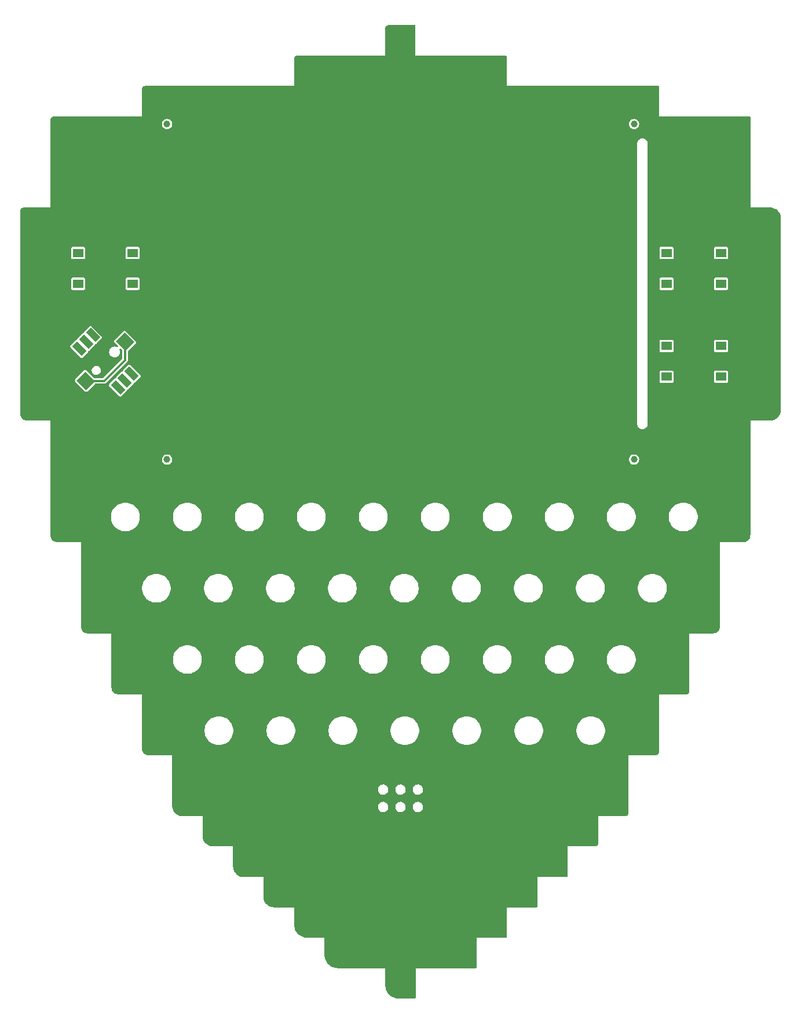
<source format=gbr>
%TF.GenerationSoftware,KiCad,Pcbnew,7.99.0-1.20230226git51d46c0.fc37*%
%TF.CreationDate,2023-03-11T16:18:55+00:00*%
%TF.ProjectId,tr23-outline-test-r1,74723233-2d6f-4757-946c-696e652d7465,rev?*%
%TF.SameCoordinates,Original*%
%TF.FileFunction,Copper,L1,Top*%
%TF.FilePolarity,Positive*%
%FSLAX46Y46*%
G04 Gerber Fmt 4.6, Leading zero omitted, Abs format (unit mm)*
G04 Created by KiCad (PCBNEW 7.99.0-1.20230226git51d46c0.fc37) date 2023-03-11 16:18:55*
%MOMM*%
%LPD*%
G01*
G04 APERTURE LIST*
G04 Aperture macros list*
%AMRotRect*
0 Rectangle, with rotation*
0 The origin of the aperture is its center*
0 $1 length*
0 $2 width*
0 $3 Rotation angle, in degrees counterclockwise*
0 Add horizontal line*
21,1,$1,$2,0,0,$3*%
G04 Aperture macros list end*
%TA.AperFunction,WasherPad*%
%ADD10C,1.000000*%
%TD*%
%TA.AperFunction,SMDPad,CuDef*%
%ADD11R,1.550000X1.300000*%
%TD*%
%TA.AperFunction,SMDPad,CuDef*%
%ADD12RotRect,2.000000X1.000000X135.000000*%
%TD*%
%TA.AperFunction,SMDPad,CuDef*%
%ADD13RotRect,2.000000X1.800000X135.000000*%
%TD*%
%TA.AperFunction,Conductor*%
%ADD14C,0.300000*%
%TD*%
G04 APERTURE END LIST*
D10*
%TO.P,DISP1,*%
%TO.N,*%
X-59487500Y31480000D03*
X8762500Y31480000D03*
X-59487500Y80520000D03*
X8762500Y80520000D03*
%TD*%
D11*
%TO.P,SW37,1,1*%
%TO.N,unconnected-(SW37-Pad1)*%
X-72479999Y61674999D03*
%TO.P,SW37,2,2*%
%TO.N,unconnected-(SW37-Pad2)*%
X-64519999Y61674999D03*
%TO.P,SW37,3,K*%
%TO.N,unconnected-(SW37-K-Pad3)*%
X-64519999Y57174999D03*
%TO.P,SW37,4,A*%
%TO.N,unconnected-(SW37-A-Pad4)*%
X-72479999Y57174999D03*
%TD*%
%TO.P,SW36,1,1*%
%TO.N,unconnected-(SW36-Pad1)*%
X13519999Y48099999D03*
%TO.P,SW36,2,2*%
%TO.N,unconnected-(SW36-Pad2)*%
X21479999Y48099999D03*
%TO.P,SW36,3,K*%
%TO.N,unconnected-(SW36-K-Pad3)*%
X21479999Y43599999D03*
%TO.P,SW36,4,A*%
%TO.N,unconnected-(SW36-A-Pad4)*%
X13519999Y43599999D03*
%TD*%
D12*
%TO.P,S1,1,A*%
%TO.N,unconnected-(S1-A-Pad1)*%
X-66679198Y42013944D03*
%TO.P,S1,2,Center*%
%TO.N,unconnected-(S1-Center-Pad2)*%
X-65671572Y43021572D03*
%TO.P,S1,3,C*%
%TO.N,unconnected-(S1-C-Pad3)*%
X-64663945Y44029199D03*
%TO.P,S1,4,B*%
%TO.N,unconnected-(S1-B-Pad4)*%
X-72336053Y47670799D03*
%TO.P,S1,5,COM*%
%TO.N,unconnected-(S1-COM-Pad5)*%
X-71328426Y48678426D03*
%TO.P,S1,6,D*%
%TO.N,unconnected-(S1-D-Pad6)*%
X-70320799Y49686053D03*
D13*
%TO.P,S1,SH1,SHIELD*%
%TO.N,unconnected-(S1-SHIELD-PadSH1)*%
X-71363781Y42986217D03*
%TO.P,S1,SH2,SHIELD*%
X-65636216Y48713781D03*
%TD*%
D11*
%TO.P,SW35,1,1*%
%TO.N,unconnected-(SW35-Pad1)*%
X13519999Y61674999D03*
%TO.P,SW35,2,2*%
%TO.N,unconnected-(SW35-Pad2)*%
X21479999Y61674999D03*
%TO.P,SW35,3,K*%
%TO.N,unconnected-(SW35-K-Pad3)*%
X21479999Y57174999D03*
%TO.P,SW35,4,A*%
%TO.N,unconnected-(SW35-A-Pad4)*%
X13519999Y57174999D03*
%TD*%
D14*
%TO.N,unconnected-(S1-SHIELD-PadSH1)*%
X-71363782Y42986218D02*
X-68688782Y42986218D01*
X-68688782Y42986218D02*
X-65636217Y46038783D01*
X-65636217Y46038783D02*
X-65636217Y48713782D01*
%TD*%
%TA.AperFunction,NonConductor*%
G36*
X-23240291Y94977627D02*
G01*
X-23194904Y94932240D01*
X-23178291Y94870240D01*
X-23178291Y90571700D01*
X-23178332Y90571494D01*
X-23178332Y90546939D01*
X-23178293Y90546844D01*
X-23178291Y90546841D01*
X-23178174Y90546557D01*
X-23178173Y90546556D01*
X-23178172Y90546555D01*
X-23177791Y90546399D01*
X-23153175Y90546416D01*
X-23153174Y90546411D01*
X-23153031Y90546440D01*
X-9935391Y90546440D01*
X-9873391Y90529827D01*
X-9828004Y90484440D01*
X-9811391Y90422440D01*
X-9811391Y86123900D01*
X-9811432Y86123694D01*
X-9811432Y86099139D01*
X-9811393Y86099044D01*
X-9811391Y86099041D01*
X-9811274Y86098757D01*
X-9811273Y86098756D01*
X-9811272Y86098755D01*
X-9810891Y86098599D01*
X-9786275Y86098616D01*
X-9786274Y86098611D01*
X-9786131Y86098640D01*
X12336807Y86098640D01*
X12398807Y86082027D01*
X12444194Y86036640D01*
X12460807Y85974640D01*
X12460807Y81676100D01*
X12460766Y81675894D01*
X12460766Y81651340D01*
X12460807Y81651241D01*
X12460912Y81650984D01*
X12460924Y81650956D01*
X12460925Y81650955D01*
X12461306Y81650799D01*
X12461307Y81650799D01*
X12485923Y81650816D01*
X12485923Y81650811D01*
X12486067Y81650840D01*
X25674260Y81650840D01*
X25736260Y81634227D01*
X25781647Y81588840D01*
X25798260Y81526840D01*
X25798260Y68343362D01*
X25798219Y68343156D01*
X25798219Y68318602D01*
X25798260Y68318503D01*
X25798365Y68318246D01*
X25798377Y68318218D01*
X25798378Y68318217D01*
X25798759Y68318061D01*
X25798760Y68318061D01*
X25823376Y68318078D01*
X25823376Y68318073D01*
X25823520Y68318102D01*
X28718030Y68318102D01*
X28724303Y68317943D01*
X28868889Y68310619D01*
X28881292Y68309363D01*
X29014799Y68289023D01*
X29032989Y68284831D01*
X29293391Y68203745D01*
X29315642Y68194353D01*
X29549338Y68067606D01*
X29569145Y68054245D01*
X29772630Y67886324D01*
X29789388Y67869557D01*
X29957116Y67666085D01*
X29970469Y67646265D01*
X30096972Y67412692D01*
X30106293Y67390625D01*
X30187909Y67129454D01*
X30192100Y67111397D01*
X30212651Y66978350D01*
X30213975Y66965075D01*
X30220541Y66821218D01*
X30220670Y66815564D01*
X30220670Y38696742D01*
X30220540Y38691074D01*
X30213976Y38547616D01*
X30212655Y38534367D01*
X30192097Y38401186D01*
X30187918Y38383165D01*
X30106289Y38121582D01*
X30096974Y38099503D01*
X29970472Y37865750D01*
X29957104Y37845903D01*
X29791465Y37644964D01*
X29789409Y37642470D01*
X29772603Y37625664D01*
X29772004Y37625170D01*
X29569170Y37457969D01*
X29549315Y37444597D01*
X29315503Y37318063D01*
X29293545Y37308784D01*
X29175103Y37271693D01*
X29033356Y37227303D01*
X29014410Y37222966D01*
X28880927Y37203257D01*
X28869248Y37202094D01*
X28727346Y37194723D01*
X28724376Y37194569D01*
X28717944Y37194402D01*
X25798930Y37194402D01*
X25798724Y37194443D01*
X25774170Y37194443D01*
X25773973Y37194362D01*
X25773885Y37194325D01*
X25773787Y37194285D01*
X25773786Y37194284D01*
X25773785Y37194283D01*
X25773629Y37193902D01*
X25773646Y37169286D01*
X25773641Y37169285D01*
X25773670Y37169142D01*
X25773670Y20409354D01*
X25773005Y20396532D01*
X25753945Y20213200D01*
X25749044Y20189288D01*
X25698302Y20025693D01*
X25688924Y20003413D01*
X25608472Y19854751D01*
X25595104Y19834904D01*
X25488409Y19705471D01*
X25471603Y19688665D01*
X25341949Y19581787D01*
X25322590Y19568684D01*
X25173955Y19487373D01*
X25151006Y19477673D01*
X25041430Y19443868D01*
X24986961Y19427064D01*
X24962683Y19422162D01*
X24957276Y19421624D01*
X24780261Y19404011D01*
X24767987Y19403403D01*
X21334447Y19403498D01*
X21334055Y19403500D01*
X21326172Y19403539D01*
X21326170Y19403541D01*
X21326101Y19403512D01*
X21325787Y19403384D01*
X21325786Y19403383D01*
X21325628Y19403001D01*
X21325646Y19378384D01*
X21325641Y19378383D01*
X21325670Y19378240D01*
X21325670Y7065091D01*
X21325061Y7052813D01*
X21306939Y6870694D01*
X21301859Y6845842D01*
X21250277Y6681481D01*
X21241022Y6659597D01*
X21160472Y6510754D01*
X21147104Y6490907D01*
X21040409Y6361474D01*
X21023603Y6344668D01*
X20894167Y6237970D01*
X20874315Y6224600D01*
X20725737Y6144192D01*
X20703289Y6134763D01*
X20538660Y6083974D01*
X20515000Y6079137D01*
X20332564Y6060076D01*
X20319683Y6059406D01*
X16887917Y6059498D01*
X16887779Y6059499D01*
X16878165Y6059539D01*
X16878163Y6059541D01*
X16878064Y6059500D01*
X16877780Y6059383D01*
X16877780Y6059382D01*
X16877778Y6059381D01*
X16877622Y6059000D01*
X16877639Y6034384D01*
X16877634Y6034383D01*
X16877663Y6034240D01*
X16877663Y-2330340D01*
X16876934Y-2343769D01*
X16867974Y-2426018D01*
X16863081Y-2449502D01*
X16841288Y-2519391D01*
X16831965Y-2541495D01*
X16797469Y-2605239D01*
X16784095Y-2625096D01*
X16738400Y-2680528D01*
X16721594Y-2697335D01*
X16666159Y-2743033D01*
X16646302Y-2756406D01*
X16582737Y-2790806D01*
X16560273Y-2800242D01*
X16489329Y-2822128D01*
X16466333Y-2826895D01*
X16384893Y-2835853D01*
X16371332Y-2836596D01*
X12454921Y-2836500D01*
X12454713Y-2836459D01*
X12430161Y-2836459D01*
X12429970Y-2836538D01*
X12429782Y-2836615D01*
X12429778Y-2836618D01*
X12429622Y-2836999D01*
X12429639Y-2861616D01*
X12429634Y-2861616D01*
X12429663Y-2861760D01*
X12429663Y-11226873D01*
X12429048Y-11239212D01*
X12420966Y-11320031D01*
X12415711Y-11345393D01*
X12393238Y-11415808D01*
X12384163Y-11437124D01*
X12349472Y-11501228D01*
X12336098Y-11521086D01*
X12290400Y-11576521D01*
X12273593Y-11593327D01*
X12218161Y-11639022D01*
X12198304Y-11652396D01*
X12134560Y-11686892D01*
X12112457Y-11696215D01*
X12043156Y-11717825D01*
X12018458Y-11722844D01*
X11936227Y-11730985D01*
X11924008Y-11731588D01*
X8006922Y-11731500D01*
X8006770Y-11731470D01*
X8006770Y-11731480D01*
X7982164Y-11731458D01*
X7981848Y-11731588D01*
X7981779Y-11731617D01*
X7981622Y-11731999D01*
X7981639Y-11756616D01*
X7981634Y-11756616D01*
X7981663Y-11756760D01*
X7981663Y-20121927D01*
X7981060Y-20134144D01*
X7972900Y-20216562D01*
X7967992Y-20240902D01*
X7946398Y-20310893D01*
X7936669Y-20333894D01*
X7902617Y-20396077D01*
X7888906Y-20416154D01*
X7841885Y-20472276D01*
X7826346Y-20487794D01*
X7770994Y-20534046D01*
X7751487Y-20547408D01*
X7688170Y-20582419D01*
X7664723Y-20592393D01*
X7594984Y-20613909D01*
X7570643Y-20618817D01*
X7488227Y-20626975D01*
X7476010Y-20627578D01*
X3558922Y-20627500D01*
X3558714Y-20627459D01*
X3534161Y-20627459D01*
X3533970Y-20627538D01*
X3533782Y-20627615D01*
X3533778Y-20627618D01*
X3533622Y-20627999D01*
X3533639Y-20652616D01*
X3533634Y-20652616D01*
X3533663Y-20652760D01*
X3533663Y-24569957D01*
X3533060Y-24582175D01*
X3524918Y-24664403D01*
X3519899Y-24689098D01*
X3498288Y-24758404D01*
X3488965Y-24780508D01*
X3454469Y-24844251D01*
X3441095Y-24864108D01*
X3395400Y-24919540D01*
X3378594Y-24936347D01*
X3323159Y-24982045D01*
X3303301Y-24995419D01*
X3239735Y-25029819D01*
X3217272Y-25039254D01*
X3146393Y-25061120D01*
X3123265Y-25065901D01*
X3040832Y-25074879D01*
X3027403Y-25075608D01*
X-889305Y-25075500D01*
X-889731Y-25075416D01*
X-913839Y-25075459D01*
X-914031Y-25075539D01*
X-914198Y-25075608D01*
X-914220Y-25075617D01*
X-914221Y-25075618D01*
X-914299Y-25075808D01*
X-914378Y-25076000D01*
X-914376Y-25076002D01*
X-914361Y-25100616D01*
X-914365Y-25100616D01*
X-914337Y-25100760D01*
X-914337Y-29398568D01*
X-930950Y-29460569D01*
X-976338Y-29505956D01*
X-1038339Y-29522568D01*
X-5336305Y-29522500D01*
X-5336729Y-29522416D01*
X-5360839Y-29522459D01*
X-5361031Y-29522539D01*
X-5361220Y-29522617D01*
X-5361221Y-29522618D01*
X-5361298Y-29522808D01*
X-5361378Y-29523000D01*
X-5361376Y-29523002D01*
X-5361361Y-29547616D01*
X-5361365Y-29547616D01*
X-5361337Y-29547760D01*
X-5361337Y-33848010D01*
X-5377950Y-33910010D01*
X-5423337Y-33955397D01*
X-5485337Y-33972010D01*
X-9774294Y-33972010D01*
X-9797166Y-33971968D01*
X-9797549Y-33972125D01*
X-9797550Y-33972126D01*
X-9797551Y-33972127D01*
X-9797709Y-33972510D01*
X-9797707Y-33972512D01*
X-9797689Y-33980158D01*
X-9797689Y-33980612D01*
X-9803376Y-36148544D01*
X-9809012Y-38296315D01*
X-9825733Y-38358178D01*
X-9871106Y-38403431D01*
X-9933012Y-38419990D01*
X-14233078Y-38419990D01*
X-14233284Y-38419949D01*
X-14257840Y-38419949D01*
X-14258032Y-38420028D01*
X-14258218Y-38420104D01*
X-14258222Y-38420108D01*
X-14258299Y-38420298D01*
X-14258379Y-38420490D01*
X-14258377Y-38420492D01*
X-14258362Y-38445106D01*
X-14258366Y-38445106D01*
X-14258338Y-38445250D01*
X-14258338Y-42743000D01*
X-14274951Y-42805000D01*
X-14320338Y-42850387D01*
X-14382338Y-42867000D01*
X-23128074Y-42867000D01*
X-23128217Y-42866971D01*
X-23128218Y-42866976D01*
X-23152835Y-42866958D01*
X-23153217Y-42867116D01*
X-23153375Y-42867498D01*
X-23153358Y-42892116D01*
X-23153362Y-42892116D01*
X-23153334Y-42892260D01*
X-23153334Y-47190880D01*
X-23169947Y-47252880D01*
X-23215334Y-47298267D01*
X-23277334Y-47314880D01*
X-25597787Y-47314880D01*
X-25603826Y-47314733D01*
X-25648427Y-47312557D01*
X-25799171Y-47305204D01*
X-25812309Y-47303859D01*
X-25997934Y-47274797D01*
X-26009417Y-47272438D01*
X-26189607Y-47226452D01*
X-26201576Y-47222744D01*
X-26373012Y-47159977D01*
X-26384039Y-47155325D01*
X-26548154Y-47076550D01*
X-26558764Y-47070806D01*
X-26713206Y-46977205D01*
X-26723543Y-46970205D01*
X-26867963Y-46861421D01*
X-26876736Y-46854158D01*
X-27010081Y-46733020D01*
X-27018484Y-46724617D01*
X-27139439Y-46591471D01*
X-27147011Y-46582286D01*
X-27254997Y-46437681D01*
X-27261402Y-46428224D01*
X-27356117Y-46273491D01*
X-27362102Y-46262507D01*
X-27440446Y-46099643D01*
X-27445157Y-46088484D01*
X-27508239Y-45916014D01*
X-27511888Y-45904259D01*
X-27558108Y-45724253D01*
X-27560577Y-45712172D01*
X-27588981Y-45526566D01*
X-27590252Y-45514031D01*
X-27600078Y-45318480D01*
X-27600234Y-45312257D01*
X-27600234Y-42892260D01*
X-27600204Y-42892112D01*
X-27600210Y-42892112D01*
X-27600200Y-42878408D01*
X-27599139Y-42867615D01*
X-27600351Y-42867117D01*
X-27600350Y-42867117D01*
X-27600734Y-42866959D01*
X-27625322Y-42866987D01*
X-27625322Y-42866965D01*
X-27625494Y-42867000D01*
X-34493384Y-42867000D01*
X-34499440Y-42866852D01*
X-34694615Y-42857308D01*
X-34707080Y-42856065D01*
X-34892963Y-42827986D01*
X-34905753Y-42825359D01*
X-35085326Y-42778497D01*
X-35096482Y-42775016D01*
X-35268998Y-42712130D01*
X-35280240Y-42707394D01*
X-35444068Y-42628666D01*
X-35454657Y-42622928D01*
X-35609234Y-42529187D01*
X-35619160Y-42522492D01*
X-35763457Y-42414668D01*
X-35772612Y-42407118D01*
X-35905790Y-42286132D01*
X-35914161Y-42277765D01*
X-36035239Y-42144589D01*
X-36042813Y-42135409D01*
X-36150750Y-41990992D01*
X-36157413Y-41981121D01*
X-36251358Y-41826423D01*
X-36257110Y-41815821D01*
X-36336026Y-41651802D01*
X-36340762Y-41640579D01*
X-36403778Y-41468035D01*
X-36407368Y-41456487D01*
X-36453569Y-41277496D01*
X-36456091Y-41265170D01*
X-36484497Y-41078611D01*
X-36485751Y-41066229D01*
X-36495675Y-40870628D01*
X-36495834Y-40864345D01*
X-36495834Y-38445610D01*
X-36495805Y-38445466D01*
X-36495810Y-38445466D01*
X-36495793Y-38420849D01*
X-36495949Y-38420468D01*
X-36495953Y-38420465D01*
X-36496141Y-38420388D01*
X-36496332Y-38420309D01*
X-36520888Y-38420309D01*
X-36521094Y-38420350D01*
X-38940886Y-38420350D01*
X-38947546Y-38420171D01*
X-38953269Y-38419863D01*
X-39142717Y-38409671D01*
X-39154585Y-38408458D01*
X-39340980Y-38380288D01*
X-39353158Y-38377818D01*
X-39532524Y-38331971D01*
X-39544863Y-38328121D01*
X-39717005Y-38264399D01*
X-39727642Y-38259888D01*
X-39891840Y-38181028D01*
X-39902483Y-38175261D01*
X-40056953Y-38081529D01*
X-40066819Y-38074874D01*
X-40211246Y-37967023D01*
X-40220432Y-37959450D01*
X-40353590Y-37838482D01*
X-40361961Y-37830115D01*
X-40483039Y-37696939D01*
X-40490613Y-37687759D01*
X-40598550Y-37543342D01*
X-40605213Y-37533471D01*
X-40699158Y-37378773D01*
X-40704910Y-37368171D01*
X-40783826Y-37204152D01*
X-40788562Y-37192929D01*
X-40851578Y-37020385D01*
X-40855168Y-37008837D01*
X-40901369Y-36829846D01*
X-40903891Y-36817521D01*
X-40932300Y-36630943D01*
X-40933552Y-36618591D01*
X-40943473Y-36424002D01*
X-40943634Y-36417688D01*
X-40943634Y-33997600D01*
X-40943605Y-33997456D01*
X-40943610Y-33997456D01*
X-40943593Y-33972839D01*
X-40943749Y-33972458D01*
X-40943753Y-33972455D01*
X-40943941Y-33972378D01*
X-40944132Y-33972299D01*
X-40968688Y-33972299D01*
X-40968894Y-33972340D01*
X-43841535Y-33972340D01*
X-43888488Y-33972340D01*
X-43894945Y-33972172D01*
X-43901165Y-33971847D01*
X-44038810Y-33964668D01*
X-44051280Y-33963383D01*
X-44184931Y-33942739D01*
X-44202604Y-33938667D01*
X-44463562Y-33858045D01*
X-44486343Y-33848426D01*
X-44719781Y-33721080D01*
X-44739271Y-33707906D01*
X-44942889Y-33540058D01*
X-44959656Y-33523300D01*
X-45127577Y-33319815D01*
X-45140938Y-33300008D01*
X-45267685Y-33066312D01*
X-45277077Y-33044061D01*
X-45358163Y-32783659D01*
X-45362354Y-32765477D01*
X-45382699Y-32631933D01*
X-45383952Y-32619580D01*
X-45391273Y-32475992D01*
X-45391434Y-32469678D01*
X-45391434Y-29548850D01*
X-45391405Y-29548706D01*
X-45391410Y-29548706D01*
X-45391393Y-29524090D01*
X-45391551Y-29523706D01*
X-45391656Y-29523663D01*
X-45391779Y-29523612D01*
X-45391930Y-29523549D01*
X-45391933Y-29523549D01*
X-45391934Y-29523549D01*
X-45416532Y-29523557D01*
X-45416693Y-29523590D01*
X-48337196Y-29523590D01*
X-48342847Y-29523461D01*
X-48361342Y-29522617D01*
X-48486707Y-29516895D01*
X-48499982Y-29515571D01*
X-48633029Y-29495020D01*
X-48651086Y-29490829D01*
X-48912257Y-29409213D01*
X-48934324Y-29399892D01*
X-49167897Y-29273389D01*
X-49187717Y-29260036D01*
X-49391189Y-29092308D01*
X-49407956Y-29075550D01*
X-49575877Y-28872065D01*
X-49589238Y-28852258D01*
X-49715985Y-28618562D01*
X-49725377Y-28596311D01*
X-49806463Y-28335909D01*
X-49810655Y-28317719D01*
X-49830995Y-28184212D01*
X-49832251Y-28171809D01*
X-49839575Y-28027223D01*
X-49839734Y-28020950D01*
X-49839734Y-25101900D01*
X-49839705Y-25101756D01*
X-49839710Y-25101756D01*
X-49839693Y-25077139D01*
X-49839849Y-25076758D01*
X-49839853Y-25076755D01*
X-49840041Y-25076678D01*
X-49840232Y-25076599D01*
X-49864788Y-25076599D01*
X-49864994Y-25076640D01*
X-52784588Y-25076640D01*
X-52791045Y-25076472D01*
X-52800115Y-25075999D01*
X-52934910Y-25068968D01*
X-52947380Y-25067683D01*
X-53081031Y-25047039D01*
X-53098704Y-25042967D01*
X-53359662Y-24962345D01*
X-53382443Y-24952726D01*
X-53615881Y-24825380D01*
X-53635371Y-24812206D01*
X-53838989Y-24644358D01*
X-53855756Y-24627600D01*
X-54023677Y-24424115D01*
X-54037038Y-24404308D01*
X-54163785Y-24170612D01*
X-54173177Y-24148361D01*
X-54254263Y-23887959D01*
X-54258455Y-23869769D01*
X-54278795Y-23736262D01*
X-54280051Y-23723859D01*
X-54287375Y-23579273D01*
X-54287534Y-23573000D01*
X-54287534Y-20653610D01*
X-54287505Y-20653466D01*
X-54287510Y-20653466D01*
X-54287493Y-20628849D01*
X-54287649Y-20628468D01*
X-54287653Y-20628465D01*
X-54287841Y-20628388D01*
X-54288032Y-20628309D01*
X-54312588Y-20628309D01*
X-54312794Y-20628350D01*
X-57232399Y-20628350D01*
X-57238862Y-20628181D01*
X-57382610Y-20620679D01*
X-57395064Y-20619396D01*
X-57528824Y-20598748D01*
X-57546509Y-20594675D01*
X-57807651Y-20513996D01*
X-57830103Y-20504556D01*
X-58063348Y-20378230D01*
X-58083423Y-20364666D01*
X-58286939Y-20195986D01*
X-58303450Y-20179439D01*
X-58471543Y-19975744D01*
X-58484806Y-19956117D01*
X-58611488Y-19723456D01*
X-58621015Y-19700906D01*
X-58702090Y-19439613D01*
X-58706245Y-19421542D01*
X-58717612Y-19346935D01*
X-28664331Y-19346935D01*
X-28633865Y-19519711D01*
X-28564377Y-19680804D01*
X-28459610Y-19821530D01*
X-28325214Y-19934302D01*
X-28168433Y-20013040D01*
X-28168429Y-20013040D01*
X-28168429Y-20013041D01*
X-27997723Y-20053500D01*
X-27997721Y-20053500D01*
X-27866296Y-20053500D01*
X-27866291Y-20053500D01*
X-27735745Y-20038241D01*
X-27666507Y-20013041D01*
X-27570883Y-19978237D01*
X-27537251Y-19956117D01*
X-27424304Y-19881830D01*
X-27424303Y-19881829D01*
X-27303908Y-19754219D01*
X-27216188Y-19602281D01*
X-27191468Y-19519711D01*
X-27165870Y-19434210D01*
X-27164352Y-19408156D01*
X-27160786Y-19346935D01*
X-26124331Y-19346935D01*
X-26093865Y-19519711D01*
X-26024377Y-19680804D01*
X-25919610Y-19821530D01*
X-25785214Y-19934302D01*
X-25628433Y-20013040D01*
X-25628429Y-20013040D01*
X-25628429Y-20013041D01*
X-25457723Y-20053500D01*
X-25457721Y-20053500D01*
X-25326296Y-20053500D01*
X-25326291Y-20053500D01*
X-25195745Y-20038241D01*
X-25126507Y-20013041D01*
X-25030883Y-19978237D01*
X-24997251Y-19956117D01*
X-24884304Y-19881830D01*
X-24884303Y-19881829D01*
X-24763908Y-19754219D01*
X-24676188Y-19602281D01*
X-24651468Y-19519711D01*
X-24625870Y-19434210D01*
X-24624352Y-19408156D01*
X-24620786Y-19346935D01*
X-23584331Y-19346935D01*
X-23553865Y-19519711D01*
X-23484377Y-19680804D01*
X-23379610Y-19821530D01*
X-23245214Y-19934302D01*
X-23088433Y-20013040D01*
X-23088429Y-20013040D01*
X-23088429Y-20013041D01*
X-22917723Y-20053500D01*
X-22917721Y-20053500D01*
X-22786296Y-20053500D01*
X-22786291Y-20053500D01*
X-22655745Y-20038241D01*
X-22586507Y-20013041D01*
X-22490883Y-19978237D01*
X-22457251Y-19956117D01*
X-22344304Y-19881830D01*
X-22344303Y-19881829D01*
X-22223908Y-19754219D01*
X-22136188Y-19602281D01*
X-22111468Y-19519711D01*
X-22085870Y-19434210D01*
X-22084352Y-19408156D01*
X-22075668Y-19259065D01*
X-22106135Y-19086290D01*
X-22175623Y-18925195D01*
X-22280390Y-18784469D01*
X-22414783Y-18671699D01*
X-22571570Y-18592958D01*
X-22742277Y-18552500D01*
X-22742279Y-18552500D01*
X-22873709Y-18552500D01*
X-22966956Y-18563399D01*
X-23004257Y-18567759D01*
X-23169116Y-18627762D01*
X-23315696Y-18724170D01*
X-23436091Y-18851780D01*
X-23436092Y-18851782D01*
X-23523812Y-19003719D01*
X-23574130Y-19171790D01*
X-23584331Y-19346935D01*
X-24620786Y-19346935D01*
X-24615668Y-19259065D01*
X-24646135Y-19086290D01*
X-24715623Y-18925195D01*
X-24820390Y-18784469D01*
X-24954783Y-18671699D01*
X-25111570Y-18592958D01*
X-25282277Y-18552500D01*
X-25282279Y-18552500D01*
X-25413709Y-18552500D01*
X-25506956Y-18563399D01*
X-25544257Y-18567759D01*
X-25709116Y-18627762D01*
X-25855696Y-18724170D01*
X-25976091Y-18851780D01*
X-25976092Y-18851782D01*
X-26063812Y-19003719D01*
X-26114130Y-19171790D01*
X-26124331Y-19346935D01*
X-27160786Y-19346935D01*
X-27155668Y-19259065D01*
X-27186135Y-19086290D01*
X-27255623Y-18925195D01*
X-27360390Y-18784469D01*
X-27494783Y-18671699D01*
X-27651570Y-18592958D01*
X-27822277Y-18552500D01*
X-27822279Y-18552500D01*
X-27953709Y-18552500D01*
X-28046956Y-18563399D01*
X-28084257Y-18567759D01*
X-28249116Y-18627762D01*
X-28395696Y-18724170D01*
X-28516091Y-18851780D01*
X-28516092Y-18851782D01*
X-28603812Y-19003719D01*
X-28654130Y-19171790D01*
X-28664331Y-19346935D01*
X-58717612Y-19346935D01*
X-58726598Y-19287952D01*
X-58727852Y-19275590D01*
X-58735173Y-19132002D01*
X-58735334Y-19125688D01*
X-58735334Y-16806935D01*
X-28664331Y-16806935D01*
X-28633865Y-16979711D01*
X-28564377Y-17140804D01*
X-28459610Y-17281530D01*
X-28325214Y-17394302D01*
X-28168433Y-17473040D01*
X-28168429Y-17473040D01*
X-28168429Y-17473041D01*
X-27997723Y-17513500D01*
X-27997721Y-17513500D01*
X-27866296Y-17513500D01*
X-27866291Y-17513500D01*
X-27735745Y-17498241D01*
X-27666507Y-17473041D01*
X-27570883Y-17438237D01*
X-27424304Y-17341830D01*
X-27424303Y-17341829D01*
X-27303908Y-17214219D01*
X-27216188Y-17062281D01*
X-27191468Y-16979711D01*
X-27165870Y-16894210D01*
X-27164352Y-16868156D01*
X-27160786Y-16806935D01*
X-26124331Y-16806935D01*
X-26093865Y-16979711D01*
X-26024377Y-17140804D01*
X-25919610Y-17281530D01*
X-25785214Y-17394302D01*
X-25628433Y-17473040D01*
X-25628429Y-17473040D01*
X-25628429Y-17473041D01*
X-25457723Y-17513500D01*
X-25457721Y-17513500D01*
X-25326296Y-17513500D01*
X-25326291Y-17513500D01*
X-25195745Y-17498241D01*
X-25126507Y-17473041D01*
X-25030883Y-17438237D01*
X-24884304Y-17341830D01*
X-24884303Y-17341829D01*
X-24763908Y-17214219D01*
X-24676188Y-17062281D01*
X-24651468Y-16979711D01*
X-24625870Y-16894210D01*
X-24624352Y-16868156D01*
X-24620786Y-16806935D01*
X-23584331Y-16806935D01*
X-23553865Y-16979711D01*
X-23484377Y-17140804D01*
X-23379610Y-17281530D01*
X-23245214Y-17394302D01*
X-23088433Y-17473040D01*
X-23088429Y-17473040D01*
X-23088429Y-17473041D01*
X-22917723Y-17513500D01*
X-22917721Y-17513500D01*
X-22786296Y-17513500D01*
X-22786291Y-17513500D01*
X-22655745Y-17498241D01*
X-22586507Y-17473041D01*
X-22490883Y-17438237D01*
X-22344304Y-17341830D01*
X-22344303Y-17341829D01*
X-22223908Y-17214219D01*
X-22136188Y-17062281D01*
X-22111468Y-16979711D01*
X-22085870Y-16894210D01*
X-22084352Y-16868156D01*
X-22075668Y-16719065D01*
X-22106135Y-16546290D01*
X-22175623Y-16385195D01*
X-22280390Y-16244469D01*
X-22414783Y-16131699D01*
X-22571570Y-16052958D01*
X-22742277Y-16012500D01*
X-22742279Y-16012500D01*
X-22873709Y-16012500D01*
X-22966956Y-16023399D01*
X-23004257Y-16027759D01*
X-23169116Y-16087762D01*
X-23315696Y-16184170D01*
X-23436091Y-16311780D01*
X-23436092Y-16311782D01*
X-23523812Y-16463719D01*
X-23574130Y-16631790D01*
X-23584331Y-16806935D01*
X-24620786Y-16806935D01*
X-24615668Y-16719065D01*
X-24646135Y-16546290D01*
X-24715623Y-16385195D01*
X-24820390Y-16244469D01*
X-24954783Y-16131699D01*
X-25111570Y-16052958D01*
X-25282277Y-16012500D01*
X-25282279Y-16012500D01*
X-25413709Y-16012500D01*
X-25506956Y-16023399D01*
X-25544257Y-16027759D01*
X-25709116Y-16087762D01*
X-25855696Y-16184170D01*
X-25976091Y-16311780D01*
X-25976092Y-16311782D01*
X-26063812Y-16463719D01*
X-26114130Y-16631790D01*
X-26124331Y-16806935D01*
X-27160786Y-16806935D01*
X-27155668Y-16719065D01*
X-27186135Y-16546290D01*
X-27255623Y-16385195D01*
X-27360390Y-16244469D01*
X-27494783Y-16131699D01*
X-27651570Y-16052958D01*
X-27822277Y-16012500D01*
X-27822279Y-16012500D01*
X-27953709Y-16012500D01*
X-28046956Y-16023399D01*
X-28084257Y-16027759D01*
X-28249116Y-16087762D01*
X-28395696Y-16184170D01*
X-28516091Y-16311780D01*
X-28516092Y-16311782D01*
X-28603812Y-16463719D01*
X-28654130Y-16631790D01*
X-28664331Y-16806935D01*
X-58735334Y-16806935D01*
X-58735334Y-11757620D01*
X-58735305Y-11757476D01*
X-58735310Y-11757476D01*
X-58735293Y-11732859D01*
X-58735449Y-11732478D01*
X-58735453Y-11732475D01*
X-58735641Y-11732398D01*
X-58735832Y-11732319D01*
X-58760388Y-11732319D01*
X-58760594Y-11732360D01*
X-62177464Y-11732360D01*
X-62189712Y-11731754D01*
X-62372607Y-11713600D01*
X-62396968Y-11708679D01*
X-62560684Y-11658090D01*
X-62583614Y-11648388D01*
X-62732166Y-11567074D01*
X-62751500Y-11553985D01*
X-62881182Y-11447084D01*
X-62897960Y-11430313D01*
X-63004866Y-11300728D01*
X-63018096Y-11281154D01*
X-63098567Y-11133494D01*
X-63108122Y-11110885D01*
X-63159045Y-10946675D01*
X-63163988Y-10922346D01*
X-63182413Y-10739010D01*
X-63183034Y-10726611D01*
X-63183034Y-8293678D01*
X-54020500Y-8293678D01*
X-53981371Y-8578358D01*
X-53903844Y-8855058D01*
X-53789361Y-9118625D01*
X-53640055Y-9364147D01*
X-53458708Y-9587053D01*
X-53248698Y-9783189D01*
X-53013936Y-9948901D01*
X-52758797Y-10081104D01*
X-52488032Y-10177334D01*
X-52206686Y-10235798D01*
X-51991752Y-10250500D01*
X-51848249Y-10250500D01*
X-51848248Y-10250500D01*
X-51633314Y-10235798D01*
X-51351968Y-10177334D01*
X-51081203Y-10081104D01*
X-50826064Y-9948901D01*
X-50826060Y-9948899D01*
X-50591307Y-9783193D01*
X-50591304Y-9783191D01*
X-50591302Y-9783189D01*
X-50381292Y-9587053D01*
X-50381291Y-9587051D01*
X-50381288Y-9587049D01*
X-50199946Y-9364148D01*
X-50050637Y-9118622D01*
X-49936157Y-8855060D01*
X-49858628Y-8578355D01*
X-49819500Y-8293678D01*
X-44958500Y-8293678D01*
X-44919371Y-8578358D01*
X-44841844Y-8855058D01*
X-44727361Y-9118625D01*
X-44578055Y-9364147D01*
X-44396708Y-9587053D01*
X-44186698Y-9783189D01*
X-43951936Y-9948901D01*
X-43696797Y-10081104D01*
X-43426032Y-10177334D01*
X-43144686Y-10235798D01*
X-42929752Y-10250500D01*
X-42786249Y-10250500D01*
X-42786248Y-10250500D01*
X-42571314Y-10235798D01*
X-42289968Y-10177334D01*
X-42019203Y-10081104D01*
X-41764064Y-9948901D01*
X-41764060Y-9948899D01*
X-41529307Y-9783193D01*
X-41529304Y-9783191D01*
X-41529302Y-9783189D01*
X-41319292Y-9587053D01*
X-41319291Y-9587051D01*
X-41319288Y-9587049D01*
X-41137946Y-9364148D01*
X-40988637Y-9118622D01*
X-40874157Y-8855060D01*
X-40796628Y-8578355D01*
X-40757500Y-8293678D01*
X-35896500Y-8293678D01*
X-35857371Y-8578358D01*
X-35779844Y-8855058D01*
X-35665361Y-9118625D01*
X-35516055Y-9364147D01*
X-35334708Y-9587053D01*
X-35124698Y-9783189D01*
X-34889936Y-9948901D01*
X-34634797Y-10081104D01*
X-34364032Y-10177334D01*
X-34082686Y-10235798D01*
X-33867752Y-10250500D01*
X-33724249Y-10250500D01*
X-33724248Y-10250500D01*
X-33509314Y-10235798D01*
X-33227968Y-10177334D01*
X-32957203Y-10081104D01*
X-32702064Y-9948901D01*
X-32702060Y-9948899D01*
X-32467307Y-9783193D01*
X-32467304Y-9783191D01*
X-32467302Y-9783189D01*
X-32257292Y-9587053D01*
X-32257291Y-9587051D01*
X-32257288Y-9587049D01*
X-32075946Y-9364148D01*
X-31926637Y-9118622D01*
X-31812157Y-8855060D01*
X-31734628Y-8578355D01*
X-31695500Y-8293678D01*
X-26834500Y-8293678D01*
X-26795371Y-8578358D01*
X-26717844Y-8855058D01*
X-26603361Y-9118625D01*
X-26454055Y-9364147D01*
X-26272708Y-9587053D01*
X-26062698Y-9783189D01*
X-25827936Y-9948901D01*
X-25572797Y-10081104D01*
X-25302032Y-10177334D01*
X-25020686Y-10235798D01*
X-24805752Y-10250500D01*
X-24662249Y-10250500D01*
X-24662248Y-10250500D01*
X-24447314Y-10235798D01*
X-24165968Y-10177334D01*
X-23895203Y-10081104D01*
X-23640064Y-9948901D01*
X-23640060Y-9948899D01*
X-23405307Y-9783193D01*
X-23405304Y-9783191D01*
X-23405302Y-9783189D01*
X-23195292Y-9587053D01*
X-23195291Y-9587051D01*
X-23195288Y-9587049D01*
X-23013946Y-9364148D01*
X-22864637Y-9118622D01*
X-22750157Y-8855060D01*
X-22672628Y-8578355D01*
X-22633500Y-8293678D01*
X-17772500Y-8293678D01*
X-17733371Y-8578358D01*
X-17655844Y-8855058D01*
X-17541361Y-9118625D01*
X-17392055Y-9364147D01*
X-17210708Y-9587053D01*
X-17000698Y-9783189D01*
X-16765936Y-9948901D01*
X-16510797Y-10081104D01*
X-16240032Y-10177334D01*
X-15958686Y-10235798D01*
X-15743752Y-10250500D01*
X-15600249Y-10250500D01*
X-15600248Y-10250500D01*
X-15385314Y-10235798D01*
X-15103968Y-10177334D01*
X-14833203Y-10081104D01*
X-14578064Y-9948901D01*
X-14578060Y-9948899D01*
X-14343307Y-9783193D01*
X-14343304Y-9783191D01*
X-14343302Y-9783189D01*
X-14133292Y-9587053D01*
X-14133291Y-9587051D01*
X-14133288Y-9587049D01*
X-13951946Y-9364148D01*
X-13802637Y-9118622D01*
X-13688157Y-8855060D01*
X-13610628Y-8578355D01*
X-13571500Y-8293678D01*
X-8710500Y-8293678D01*
X-8671371Y-8578358D01*
X-8593844Y-8855058D01*
X-8479361Y-9118625D01*
X-8330055Y-9364147D01*
X-8148708Y-9587053D01*
X-7938698Y-9783189D01*
X-7703936Y-9948901D01*
X-7448797Y-10081104D01*
X-7178032Y-10177334D01*
X-6896686Y-10235798D01*
X-6681752Y-10250500D01*
X-6538249Y-10250500D01*
X-6538248Y-10250500D01*
X-6323314Y-10235798D01*
X-6041968Y-10177334D01*
X-5771203Y-10081104D01*
X-5516064Y-9948901D01*
X-5516060Y-9948899D01*
X-5281307Y-9783193D01*
X-5281304Y-9783191D01*
X-5281302Y-9783189D01*
X-5071292Y-9587053D01*
X-5071291Y-9587051D01*
X-5071288Y-9587049D01*
X-4889946Y-9364148D01*
X-4740637Y-9118622D01*
X-4626157Y-8855060D01*
X-4548628Y-8578355D01*
X-4509500Y-8293678D01*
X351500Y-8293678D01*
X390628Y-8578355D01*
X468157Y-8855060D01*
X582637Y-9118622D01*
X731946Y-9364148D01*
X913288Y-9587049D01*
X913291Y-9587051D01*
X913292Y-9587053D01*
X1123302Y-9783189D01*
X1123304Y-9783191D01*
X1123307Y-9783193D01*
X1358060Y-9948899D01*
X1358064Y-9948901D01*
X1613203Y-10081104D01*
X1883968Y-10177334D01*
X2165314Y-10235798D01*
X2380248Y-10250500D01*
X2523751Y-10250500D01*
X2523752Y-10250500D01*
X2738686Y-10235798D01*
X3020032Y-10177334D01*
X3290797Y-10081104D01*
X3545936Y-9948901D01*
X3780698Y-9783189D01*
X3990708Y-9587053D01*
X4172055Y-9364147D01*
X4321361Y-9118625D01*
X4435844Y-8855058D01*
X4513371Y-8578358D01*
X4552500Y-8293678D01*
X4552500Y-8006322D01*
X4513371Y-7721642D01*
X4435844Y-7444942D01*
X4321361Y-7181375D01*
X4172055Y-6935853D01*
X4099516Y-6846690D01*
X3990711Y-6712950D01*
X3990708Y-6712947D01*
X3780698Y-6516811D01*
X3780695Y-6516809D01*
X3780692Y-6516806D01*
X3545939Y-6351100D01*
X3290793Y-6218894D01*
X3020031Y-6122665D01*
X2738690Y-6064202D01*
X2566738Y-6052440D01*
X2523752Y-6049500D01*
X2380248Y-6049500D01*
X2344425Y-6051950D01*
X2165309Y-6064202D01*
X1883968Y-6122665D01*
X1613206Y-6218894D01*
X1358060Y-6351100D01*
X1123307Y-6516806D01*
X913288Y-6712950D01*
X731946Y-6935851D01*
X582637Y-7181377D01*
X468157Y-7444939D01*
X390628Y-7721644D01*
X351500Y-8006322D01*
X351500Y-8293678D01*
X-4509500Y-8293678D01*
X-4509500Y-8006322D01*
X-4548628Y-7721644D01*
X-4626157Y-7444939D01*
X-4740637Y-7181377D01*
X-4889946Y-6935851D01*
X-5071288Y-6712950D01*
X-5281307Y-6516806D01*
X-5516060Y-6351100D01*
X-5771206Y-6218894D01*
X-6041968Y-6122665D01*
X-6323309Y-6064202D01*
X-6502425Y-6051950D01*
X-6538248Y-6049500D01*
X-6681752Y-6049500D01*
X-6724738Y-6052440D01*
X-6896690Y-6064202D01*
X-7178031Y-6122665D01*
X-7448793Y-6218894D01*
X-7703939Y-6351100D01*
X-7938692Y-6516806D01*
X-7938695Y-6516809D01*
X-7938698Y-6516811D01*
X-8148708Y-6712947D01*
X-8148711Y-6712950D01*
X-8257516Y-6846690D01*
X-8330055Y-6935853D01*
X-8479361Y-7181375D01*
X-8593844Y-7444942D01*
X-8671371Y-7721642D01*
X-8710500Y-8006322D01*
X-8710500Y-8293678D01*
X-13571500Y-8293678D01*
X-13571500Y-8006322D01*
X-13610628Y-7721644D01*
X-13688157Y-7444939D01*
X-13802637Y-7181377D01*
X-13951946Y-6935851D01*
X-14133288Y-6712950D01*
X-14343307Y-6516806D01*
X-14578060Y-6351100D01*
X-14833206Y-6218894D01*
X-15103968Y-6122665D01*
X-15385309Y-6064202D01*
X-15564425Y-6051950D01*
X-15600248Y-6049500D01*
X-15743752Y-6049500D01*
X-15786738Y-6052440D01*
X-15958690Y-6064202D01*
X-16240031Y-6122665D01*
X-16510793Y-6218894D01*
X-16765939Y-6351100D01*
X-17000692Y-6516806D01*
X-17000695Y-6516809D01*
X-17000698Y-6516811D01*
X-17210708Y-6712947D01*
X-17210711Y-6712950D01*
X-17319516Y-6846690D01*
X-17392055Y-6935853D01*
X-17541361Y-7181375D01*
X-17655844Y-7444942D01*
X-17733371Y-7721642D01*
X-17772500Y-8006322D01*
X-17772500Y-8293678D01*
X-22633500Y-8293678D01*
X-22633500Y-8006322D01*
X-22672628Y-7721644D01*
X-22750157Y-7444939D01*
X-22864637Y-7181377D01*
X-23013946Y-6935851D01*
X-23195288Y-6712950D01*
X-23405307Y-6516806D01*
X-23640060Y-6351100D01*
X-23895206Y-6218894D01*
X-24165968Y-6122665D01*
X-24447309Y-6064202D01*
X-24626425Y-6051950D01*
X-24662248Y-6049500D01*
X-24805752Y-6049500D01*
X-24848738Y-6052440D01*
X-25020690Y-6064202D01*
X-25302031Y-6122665D01*
X-25572793Y-6218894D01*
X-25827939Y-6351100D01*
X-26062692Y-6516806D01*
X-26062695Y-6516809D01*
X-26062698Y-6516811D01*
X-26272708Y-6712947D01*
X-26272711Y-6712950D01*
X-26381516Y-6846690D01*
X-26454055Y-6935853D01*
X-26603361Y-7181375D01*
X-26717844Y-7444942D01*
X-26795371Y-7721642D01*
X-26834500Y-8006322D01*
X-26834500Y-8293678D01*
X-31695500Y-8293678D01*
X-31695500Y-8006322D01*
X-31734628Y-7721644D01*
X-31812157Y-7444939D01*
X-31926637Y-7181377D01*
X-32075946Y-6935851D01*
X-32257288Y-6712950D01*
X-32467307Y-6516806D01*
X-32702060Y-6351100D01*
X-32957206Y-6218894D01*
X-33227968Y-6122665D01*
X-33509309Y-6064202D01*
X-33688425Y-6051950D01*
X-33724248Y-6049500D01*
X-33867752Y-6049500D01*
X-33910738Y-6052440D01*
X-34082690Y-6064202D01*
X-34364031Y-6122665D01*
X-34634793Y-6218894D01*
X-34889939Y-6351100D01*
X-35124692Y-6516806D01*
X-35124695Y-6516809D01*
X-35124698Y-6516811D01*
X-35334708Y-6712947D01*
X-35334711Y-6712950D01*
X-35443516Y-6846690D01*
X-35516055Y-6935853D01*
X-35665361Y-7181375D01*
X-35779844Y-7444942D01*
X-35857371Y-7721642D01*
X-35896500Y-8006322D01*
X-35896500Y-8293678D01*
X-40757500Y-8293678D01*
X-40757500Y-8006322D01*
X-40796628Y-7721644D01*
X-40874157Y-7444939D01*
X-40988637Y-7181377D01*
X-41137946Y-6935851D01*
X-41319288Y-6712950D01*
X-41529307Y-6516806D01*
X-41764060Y-6351100D01*
X-42019206Y-6218894D01*
X-42289968Y-6122665D01*
X-42571309Y-6064202D01*
X-42750425Y-6051950D01*
X-42786248Y-6049500D01*
X-42929752Y-6049500D01*
X-42972738Y-6052440D01*
X-43144690Y-6064202D01*
X-43426031Y-6122665D01*
X-43696793Y-6218894D01*
X-43951939Y-6351100D01*
X-44186692Y-6516806D01*
X-44186695Y-6516809D01*
X-44186698Y-6516811D01*
X-44396708Y-6712947D01*
X-44396711Y-6712950D01*
X-44505516Y-6846690D01*
X-44578055Y-6935853D01*
X-44727361Y-7181375D01*
X-44841844Y-7444942D01*
X-44919371Y-7721642D01*
X-44958500Y-8006322D01*
X-44958500Y-8293678D01*
X-49819500Y-8293678D01*
X-49819500Y-8006322D01*
X-49858628Y-7721644D01*
X-49936157Y-7444939D01*
X-50050637Y-7181377D01*
X-50199946Y-6935851D01*
X-50381288Y-6712950D01*
X-50591307Y-6516806D01*
X-50826060Y-6351100D01*
X-51081206Y-6218894D01*
X-51351968Y-6122665D01*
X-51633309Y-6064202D01*
X-51812425Y-6051950D01*
X-51848248Y-6049500D01*
X-51991752Y-6049500D01*
X-52034738Y-6052440D01*
X-52206690Y-6064202D01*
X-52488031Y-6122665D01*
X-52758793Y-6218894D01*
X-53013939Y-6351100D01*
X-53248692Y-6516806D01*
X-53248695Y-6516809D01*
X-53248698Y-6516811D01*
X-53458708Y-6712947D01*
X-53458711Y-6712950D01*
X-53567516Y-6846690D01*
X-53640055Y-6935853D01*
X-53789361Y-7181375D01*
X-53903844Y-7444942D01*
X-53981371Y-7721642D01*
X-54020500Y-8006322D01*
X-54020500Y-8293678D01*
X-63183034Y-8293678D01*
X-63183034Y-2862587D01*
X-63183005Y-2862443D01*
X-63183010Y-2862443D01*
X-63182993Y-2837826D01*
X-63183149Y-2837445D01*
X-63183153Y-2837442D01*
X-63183341Y-2837365D01*
X-63183532Y-2837286D01*
X-63208088Y-2837286D01*
X-63208294Y-2837327D01*
X-66624964Y-2837327D01*
X-66637817Y-2836659D01*
X-66653963Y-2834976D01*
X-66820720Y-2817595D01*
X-66844474Y-2812736D01*
X-67008759Y-2761971D01*
X-67031195Y-2752538D01*
X-67179671Y-2672139D01*
X-67199531Y-2658755D01*
X-67328902Y-2552039D01*
X-67345647Y-2535295D01*
X-67452484Y-2405796D01*
X-67465835Y-2386001D01*
X-67546449Y-2237364D01*
X-67555884Y-2214975D01*
X-67606856Y-2050608D01*
X-67611792Y-2026340D01*
X-67630206Y-1844015D01*
X-67630834Y-1831555D01*
X-67630834Y2116322D01*
X-58620500Y2116322D01*
X-58581371Y1831642D01*
X-58503844Y1554942D01*
X-58389361Y1291375D01*
X-58240055Y1045853D01*
X-58240053Y1045851D01*
X-58058711Y822950D01*
X-58058708Y822947D01*
X-57848698Y626811D01*
X-57848695Y626809D01*
X-57848692Y626806D01*
X-57613939Y461100D01*
X-57358793Y328894D01*
X-57088031Y232665D01*
X-56806690Y174202D01*
X-56634738Y162440D01*
X-56591752Y159500D01*
X-56448249Y159500D01*
X-56448248Y159500D01*
X-56412425Y161950D01*
X-56233309Y174202D01*
X-55951968Y232665D01*
X-55681206Y328894D01*
X-55426060Y461100D01*
X-55191307Y626806D01*
X-54981288Y822950D01*
X-54799946Y1045851D01*
X-54650637Y1291377D01*
X-54536157Y1554939D01*
X-54458628Y1831644D01*
X-54419500Y2116322D01*
X-49558500Y2116322D01*
X-49519371Y1831642D01*
X-49441844Y1554942D01*
X-49327361Y1291375D01*
X-49178055Y1045853D01*
X-49178053Y1045851D01*
X-48996711Y822950D01*
X-48996708Y822947D01*
X-48786698Y626811D01*
X-48786695Y626809D01*
X-48786692Y626806D01*
X-48551939Y461100D01*
X-48296793Y328894D01*
X-48026031Y232665D01*
X-47744690Y174202D01*
X-47572738Y162440D01*
X-47529752Y159500D01*
X-47386249Y159500D01*
X-47386248Y159500D01*
X-47350425Y161950D01*
X-47171309Y174202D01*
X-46889968Y232665D01*
X-46619206Y328894D01*
X-46364060Y461100D01*
X-46129307Y626806D01*
X-45919288Y822950D01*
X-45737946Y1045851D01*
X-45588637Y1291377D01*
X-45474157Y1554939D01*
X-45396628Y1831644D01*
X-45357500Y2116322D01*
X-40496500Y2116322D01*
X-40457371Y1831642D01*
X-40379844Y1554942D01*
X-40265361Y1291375D01*
X-40116055Y1045853D01*
X-40116053Y1045851D01*
X-39934711Y822950D01*
X-39934708Y822947D01*
X-39724698Y626811D01*
X-39724695Y626809D01*
X-39724692Y626806D01*
X-39489939Y461100D01*
X-39234793Y328894D01*
X-38964031Y232665D01*
X-38682690Y174202D01*
X-38510738Y162440D01*
X-38467752Y159500D01*
X-38324249Y159500D01*
X-38324248Y159500D01*
X-38288425Y161950D01*
X-38109309Y174202D01*
X-37827968Y232665D01*
X-37557206Y328894D01*
X-37302060Y461100D01*
X-37067307Y626806D01*
X-36857288Y822950D01*
X-36675946Y1045851D01*
X-36526637Y1291377D01*
X-36412157Y1554939D01*
X-36334628Y1831644D01*
X-36295500Y2116322D01*
X-31434500Y2116322D01*
X-31395371Y1831642D01*
X-31317844Y1554942D01*
X-31203361Y1291375D01*
X-31054055Y1045853D01*
X-31054053Y1045851D01*
X-30872711Y822950D01*
X-30872708Y822947D01*
X-30662698Y626811D01*
X-30662695Y626809D01*
X-30662692Y626806D01*
X-30427939Y461100D01*
X-30172793Y328894D01*
X-29902031Y232665D01*
X-29620690Y174202D01*
X-29448738Y162440D01*
X-29405752Y159500D01*
X-29262249Y159500D01*
X-29262248Y159500D01*
X-29226425Y161950D01*
X-29047309Y174202D01*
X-28765968Y232665D01*
X-28495206Y328894D01*
X-28240060Y461100D01*
X-28005307Y626806D01*
X-27795288Y822950D01*
X-27613946Y1045851D01*
X-27464637Y1291377D01*
X-27350157Y1554939D01*
X-27272628Y1831644D01*
X-27233500Y2116322D01*
X-22372500Y2116322D01*
X-22333371Y1831642D01*
X-22255844Y1554942D01*
X-22141361Y1291375D01*
X-21992055Y1045853D01*
X-21992053Y1045851D01*
X-21810711Y822950D01*
X-21810708Y822947D01*
X-21600698Y626811D01*
X-21600695Y626809D01*
X-21600692Y626806D01*
X-21365939Y461100D01*
X-21110793Y328894D01*
X-20840031Y232665D01*
X-20558690Y174202D01*
X-20386738Y162440D01*
X-20343752Y159500D01*
X-20200249Y159500D01*
X-20200248Y159500D01*
X-20164425Y161950D01*
X-19985309Y174202D01*
X-19703968Y232665D01*
X-19433206Y328894D01*
X-19178060Y461100D01*
X-18943307Y626806D01*
X-18733288Y822950D01*
X-18551946Y1045851D01*
X-18402637Y1291377D01*
X-18288157Y1554939D01*
X-18210628Y1831644D01*
X-18171500Y2116322D01*
X-13310500Y2116322D01*
X-13271371Y1831642D01*
X-13193844Y1554942D01*
X-13079361Y1291375D01*
X-12930055Y1045853D01*
X-12930053Y1045851D01*
X-12748711Y822950D01*
X-12748708Y822947D01*
X-12538698Y626811D01*
X-12538695Y626809D01*
X-12538692Y626806D01*
X-12303939Y461100D01*
X-12048793Y328894D01*
X-11778031Y232665D01*
X-11496690Y174202D01*
X-11324738Y162440D01*
X-11281752Y159500D01*
X-11138249Y159500D01*
X-11138248Y159500D01*
X-11102425Y161950D01*
X-10923309Y174202D01*
X-10641968Y232665D01*
X-10371206Y328894D01*
X-10116060Y461100D01*
X-9881307Y626806D01*
X-9671288Y822950D01*
X-9489946Y1045851D01*
X-9340637Y1291377D01*
X-9226157Y1554939D01*
X-9148628Y1831644D01*
X-9109500Y2116322D01*
X-4248500Y2116322D01*
X-4209371Y1831642D01*
X-4131844Y1554942D01*
X-4017361Y1291375D01*
X-3868055Y1045853D01*
X-3868053Y1045851D01*
X-3686711Y822950D01*
X-3686708Y822947D01*
X-3476698Y626811D01*
X-3476695Y626809D01*
X-3476692Y626806D01*
X-3241939Y461100D01*
X-2986793Y328894D01*
X-2716031Y232665D01*
X-2434690Y174202D01*
X-2262738Y162440D01*
X-2219752Y159500D01*
X-2076249Y159500D01*
X-2076248Y159500D01*
X-2040425Y161950D01*
X-1861309Y174202D01*
X-1579968Y232665D01*
X-1309206Y328894D01*
X-1054060Y461100D01*
X-819307Y626806D01*
X-609288Y822950D01*
X-427946Y1045851D01*
X-278637Y1291377D01*
X-164157Y1554939D01*
X-86628Y1831644D01*
X-47500Y2116322D01*
X4813500Y2116322D01*
X4852628Y1831644D01*
X4930157Y1554939D01*
X5044637Y1291377D01*
X5193946Y1045851D01*
X5375288Y822950D01*
X5585307Y626806D01*
X5820060Y461100D01*
X6075206Y328894D01*
X6345968Y232665D01*
X6627309Y174202D01*
X6806425Y161950D01*
X6842248Y159500D01*
X6985751Y159500D01*
X6985752Y159500D01*
X7028738Y162440D01*
X7200690Y174202D01*
X7482031Y232665D01*
X7752793Y328894D01*
X8007939Y461100D01*
X8242692Y626806D01*
X8242695Y626809D01*
X8242698Y626811D01*
X8452708Y822947D01*
X8452711Y822950D01*
X8634053Y1045851D01*
X8634055Y1045853D01*
X8783361Y1291375D01*
X8897844Y1554942D01*
X8975371Y1831642D01*
X9014500Y2116322D01*
X9014500Y2403678D01*
X8975371Y2688358D01*
X8897844Y2965058D01*
X8783361Y3228625D01*
X8634055Y3474147D01*
X8452708Y3697053D01*
X8242698Y3893189D01*
X8007936Y4058901D01*
X7752797Y4191104D01*
X7482032Y4287334D01*
X7200686Y4345798D01*
X6985752Y4360500D01*
X6842248Y4360500D01*
X6627314Y4345798D01*
X6345968Y4287334D01*
X6075203Y4191104D01*
X5849614Y4074213D01*
X5820060Y4058899D01*
X5585307Y3893193D01*
X5585304Y3893191D01*
X5585302Y3893189D01*
X5375292Y3697053D01*
X5375288Y3697049D01*
X5193946Y3474148D01*
X5044637Y3228622D01*
X4930157Y2965060D01*
X4852628Y2688355D01*
X4813500Y2403678D01*
X4813500Y2116322D01*
X-47500Y2116322D01*
X-47500Y2403678D01*
X-86628Y2688355D01*
X-164157Y2965060D01*
X-278637Y3228622D01*
X-427946Y3474148D01*
X-609288Y3697049D01*
X-609292Y3697053D01*
X-819302Y3893189D01*
X-819304Y3893191D01*
X-819307Y3893193D01*
X-1054060Y4058899D01*
X-1083614Y4074213D01*
X-1309203Y4191104D01*
X-1579968Y4287334D01*
X-1861314Y4345798D01*
X-2076248Y4360500D01*
X-2219752Y4360500D01*
X-2434686Y4345798D01*
X-2716032Y4287334D01*
X-2986797Y4191104D01*
X-3241936Y4058901D01*
X-3476698Y3893189D01*
X-3686708Y3697053D01*
X-3868055Y3474147D01*
X-4017361Y3228625D01*
X-4131844Y2965058D01*
X-4209371Y2688358D01*
X-4248500Y2403678D01*
X-4248500Y2116322D01*
X-9109500Y2116322D01*
X-9109500Y2403678D01*
X-9148628Y2688355D01*
X-9226157Y2965060D01*
X-9340637Y3228622D01*
X-9489946Y3474148D01*
X-9671288Y3697049D01*
X-9671292Y3697053D01*
X-9881302Y3893189D01*
X-9881304Y3893191D01*
X-9881307Y3893193D01*
X-10116060Y4058899D01*
X-10145614Y4074213D01*
X-10371203Y4191104D01*
X-10641968Y4287334D01*
X-10923314Y4345798D01*
X-11138248Y4360500D01*
X-11281752Y4360500D01*
X-11496686Y4345798D01*
X-11778032Y4287334D01*
X-12048797Y4191104D01*
X-12303936Y4058901D01*
X-12538698Y3893189D01*
X-12748708Y3697053D01*
X-12930055Y3474147D01*
X-13079361Y3228625D01*
X-13193844Y2965058D01*
X-13271371Y2688358D01*
X-13310500Y2403678D01*
X-13310500Y2116322D01*
X-18171500Y2116322D01*
X-18171500Y2403678D01*
X-18210628Y2688355D01*
X-18288157Y2965060D01*
X-18402637Y3228622D01*
X-18551946Y3474148D01*
X-18733288Y3697049D01*
X-18733292Y3697053D01*
X-18943302Y3893189D01*
X-18943304Y3893191D01*
X-18943307Y3893193D01*
X-19178060Y4058899D01*
X-19207614Y4074213D01*
X-19433203Y4191104D01*
X-19703968Y4287334D01*
X-19985314Y4345798D01*
X-20200248Y4360500D01*
X-20343752Y4360500D01*
X-20558686Y4345798D01*
X-20840032Y4287334D01*
X-21110797Y4191104D01*
X-21365936Y4058901D01*
X-21600698Y3893189D01*
X-21810708Y3697053D01*
X-21992055Y3474147D01*
X-22141361Y3228625D01*
X-22255844Y2965058D01*
X-22333371Y2688358D01*
X-22372500Y2403678D01*
X-22372500Y2116322D01*
X-27233500Y2116322D01*
X-27233500Y2403678D01*
X-27272628Y2688355D01*
X-27350157Y2965060D01*
X-27464637Y3228622D01*
X-27613946Y3474148D01*
X-27795288Y3697049D01*
X-27795292Y3697053D01*
X-28005302Y3893189D01*
X-28005304Y3893191D01*
X-28005307Y3893193D01*
X-28240060Y4058899D01*
X-28269614Y4074213D01*
X-28495203Y4191104D01*
X-28765968Y4287334D01*
X-29047314Y4345798D01*
X-29262248Y4360500D01*
X-29405752Y4360500D01*
X-29620686Y4345798D01*
X-29902032Y4287334D01*
X-30172797Y4191104D01*
X-30427936Y4058901D01*
X-30662698Y3893189D01*
X-30872708Y3697053D01*
X-31054055Y3474147D01*
X-31203361Y3228625D01*
X-31317844Y2965058D01*
X-31395371Y2688358D01*
X-31434500Y2403678D01*
X-31434500Y2116322D01*
X-36295500Y2116322D01*
X-36295500Y2403678D01*
X-36334628Y2688355D01*
X-36412157Y2965060D01*
X-36526637Y3228622D01*
X-36675946Y3474148D01*
X-36857288Y3697049D01*
X-36857292Y3697053D01*
X-37067302Y3893189D01*
X-37067304Y3893191D01*
X-37067307Y3893193D01*
X-37302060Y4058899D01*
X-37331614Y4074213D01*
X-37557203Y4191104D01*
X-37827968Y4287334D01*
X-38109314Y4345798D01*
X-38324248Y4360500D01*
X-38467752Y4360500D01*
X-38682686Y4345798D01*
X-38964032Y4287334D01*
X-39234797Y4191104D01*
X-39489936Y4058901D01*
X-39724698Y3893189D01*
X-39934708Y3697053D01*
X-40116055Y3474147D01*
X-40265361Y3228625D01*
X-40379844Y2965058D01*
X-40457371Y2688358D01*
X-40496500Y2403678D01*
X-40496500Y2116322D01*
X-45357500Y2116322D01*
X-45357500Y2403678D01*
X-45396628Y2688355D01*
X-45474157Y2965060D01*
X-45588637Y3228622D01*
X-45737946Y3474148D01*
X-45919288Y3697049D01*
X-45919292Y3697053D01*
X-46129302Y3893189D01*
X-46129304Y3893191D01*
X-46129307Y3893193D01*
X-46364060Y4058899D01*
X-46393614Y4074213D01*
X-46619203Y4191104D01*
X-46889968Y4287334D01*
X-47171314Y4345798D01*
X-47386248Y4360500D01*
X-47529752Y4360500D01*
X-47744686Y4345798D01*
X-48026032Y4287334D01*
X-48296797Y4191104D01*
X-48551936Y4058901D01*
X-48786698Y3893189D01*
X-48996708Y3697053D01*
X-49178055Y3474147D01*
X-49327361Y3228625D01*
X-49441844Y2965058D01*
X-49519371Y2688358D01*
X-49558500Y2403678D01*
X-49558500Y2116322D01*
X-54419500Y2116322D01*
X-54419500Y2403678D01*
X-54458628Y2688355D01*
X-54536157Y2965060D01*
X-54650637Y3228622D01*
X-54799946Y3474148D01*
X-54981288Y3697049D01*
X-54981292Y3697053D01*
X-55191302Y3893189D01*
X-55191304Y3893191D01*
X-55191307Y3893193D01*
X-55426060Y4058899D01*
X-55455614Y4074213D01*
X-55681203Y4191104D01*
X-55951968Y4287334D01*
X-56233314Y4345798D01*
X-56448248Y4360500D01*
X-56591752Y4360500D01*
X-56806686Y4345798D01*
X-57088032Y4287334D01*
X-57358797Y4191104D01*
X-57613936Y4058901D01*
X-57848698Y3893189D01*
X-58058708Y3697053D01*
X-58240055Y3474147D01*
X-58389361Y3228625D01*
X-58503844Y2965058D01*
X-58581371Y2688358D01*
X-58620500Y2403678D01*
X-58620500Y2116322D01*
X-67630834Y2116322D01*
X-67630834Y6033413D01*
X-67630805Y6033556D01*
X-67630810Y6033557D01*
X-67630793Y6058173D01*
X-67630949Y6058554D01*
X-67630950Y6058555D01*
X-67630951Y6058556D01*
X-67631049Y6058596D01*
X-67631137Y6058633D01*
X-67631334Y6058714D01*
X-67655888Y6058714D01*
X-67656094Y6058673D01*
X-71072764Y6058673D01*
X-71085618Y6059341D01*
X-71268519Y6078403D01*
X-71292274Y6083262D01*
X-71456545Y6134023D01*
X-71479007Y6143470D01*
X-71480343Y6144194D01*
X-71627413Y6223878D01*
X-71647208Y6237218D01*
X-71776683Y6343948D01*
X-71793460Y6360719D01*
X-71900284Y6490203D01*
X-71913635Y6509997D01*
X-71994249Y6658634D01*
X-72003684Y6681023D01*
X-72054656Y6845390D01*
X-72059592Y6869658D01*
X-72078006Y7051984D01*
X-72078634Y7064444D01*
X-72078634Y12526322D01*
X-63150500Y12526322D01*
X-63111371Y12241642D01*
X-63033844Y11964942D01*
X-62919361Y11701375D01*
X-62770055Y11455853D01*
X-62770053Y11455851D01*
X-62588711Y11232950D01*
X-62588708Y11232947D01*
X-62378698Y11036811D01*
X-62378695Y11036809D01*
X-62378692Y11036806D01*
X-62143939Y10871100D01*
X-61888793Y10738894D01*
X-61618031Y10642665D01*
X-61336690Y10584202D01*
X-61164738Y10572440D01*
X-61121752Y10569500D01*
X-60978249Y10569500D01*
X-60978248Y10569500D01*
X-60942425Y10571950D01*
X-60763309Y10584202D01*
X-60481968Y10642665D01*
X-60211206Y10738894D01*
X-59956060Y10871100D01*
X-59721307Y11036806D01*
X-59511288Y11232950D01*
X-59329946Y11455851D01*
X-59180637Y11701377D01*
X-59066157Y11964939D01*
X-58988628Y12241644D01*
X-58949500Y12526322D01*
X-54088500Y12526322D01*
X-54049371Y12241642D01*
X-53971844Y11964942D01*
X-53857361Y11701375D01*
X-53708055Y11455853D01*
X-53708053Y11455851D01*
X-53526711Y11232950D01*
X-53526708Y11232947D01*
X-53316698Y11036811D01*
X-53316695Y11036809D01*
X-53316692Y11036806D01*
X-53081939Y10871100D01*
X-52826793Y10738894D01*
X-52556031Y10642665D01*
X-52274690Y10584202D01*
X-52102738Y10572440D01*
X-52059752Y10569500D01*
X-51916249Y10569500D01*
X-51916248Y10569500D01*
X-51880425Y10571950D01*
X-51701309Y10584202D01*
X-51419968Y10642665D01*
X-51149206Y10738894D01*
X-50894060Y10871100D01*
X-50659307Y11036806D01*
X-50449288Y11232950D01*
X-50267946Y11455851D01*
X-50118637Y11701377D01*
X-50004157Y11964939D01*
X-49926628Y12241644D01*
X-49887500Y12526322D01*
X-45026500Y12526322D01*
X-44987371Y12241642D01*
X-44909844Y11964942D01*
X-44795361Y11701375D01*
X-44646055Y11455853D01*
X-44646053Y11455851D01*
X-44464711Y11232950D01*
X-44464708Y11232947D01*
X-44254698Y11036811D01*
X-44254695Y11036809D01*
X-44254692Y11036806D01*
X-44019939Y10871100D01*
X-43764793Y10738894D01*
X-43494031Y10642665D01*
X-43212690Y10584202D01*
X-43040738Y10572440D01*
X-42997752Y10569500D01*
X-42854249Y10569500D01*
X-42854248Y10569500D01*
X-42818425Y10571950D01*
X-42639309Y10584202D01*
X-42357968Y10642665D01*
X-42087206Y10738894D01*
X-41832060Y10871100D01*
X-41597307Y11036806D01*
X-41387288Y11232950D01*
X-41205946Y11455851D01*
X-41056637Y11701377D01*
X-40942157Y11964939D01*
X-40864628Y12241644D01*
X-40825500Y12526322D01*
X-35964500Y12526322D01*
X-35925371Y12241642D01*
X-35847844Y11964942D01*
X-35733361Y11701375D01*
X-35584055Y11455853D01*
X-35584053Y11455851D01*
X-35402711Y11232950D01*
X-35402708Y11232947D01*
X-35192698Y11036811D01*
X-35192695Y11036809D01*
X-35192692Y11036806D01*
X-34957939Y10871100D01*
X-34702793Y10738894D01*
X-34432031Y10642665D01*
X-34150690Y10584202D01*
X-33978738Y10572440D01*
X-33935752Y10569500D01*
X-33792249Y10569500D01*
X-33792248Y10569500D01*
X-33756425Y10571950D01*
X-33577309Y10584202D01*
X-33295968Y10642665D01*
X-33025206Y10738894D01*
X-32770060Y10871100D01*
X-32535307Y11036806D01*
X-32325288Y11232950D01*
X-32143946Y11455851D01*
X-31994637Y11701377D01*
X-31880157Y11964939D01*
X-31802628Y12241644D01*
X-31763500Y12526322D01*
X-26902500Y12526322D01*
X-26863371Y12241642D01*
X-26785844Y11964942D01*
X-26671361Y11701375D01*
X-26522055Y11455853D01*
X-26522053Y11455851D01*
X-26340711Y11232950D01*
X-26340708Y11232947D01*
X-26130698Y11036811D01*
X-26130695Y11036809D01*
X-26130692Y11036806D01*
X-25895939Y10871100D01*
X-25640793Y10738894D01*
X-25370031Y10642665D01*
X-25088690Y10584202D01*
X-24916738Y10572440D01*
X-24873752Y10569500D01*
X-24730249Y10569500D01*
X-24730248Y10569500D01*
X-24694425Y10571950D01*
X-24515309Y10584202D01*
X-24233968Y10642665D01*
X-23963206Y10738894D01*
X-23708060Y10871100D01*
X-23473307Y11036806D01*
X-23263288Y11232950D01*
X-23081946Y11455851D01*
X-22932637Y11701377D01*
X-22818157Y11964939D01*
X-22740628Y12241644D01*
X-22701500Y12526322D01*
X-17840500Y12526322D01*
X-17801371Y12241642D01*
X-17723844Y11964942D01*
X-17609361Y11701375D01*
X-17460055Y11455853D01*
X-17460053Y11455851D01*
X-17278711Y11232950D01*
X-17278708Y11232947D01*
X-17068698Y11036811D01*
X-17068695Y11036809D01*
X-17068692Y11036806D01*
X-16833939Y10871100D01*
X-16578793Y10738894D01*
X-16308031Y10642665D01*
X-16026690Y10584202D01*
X-15854738Y10572440D01*
X-15811752Y10569500D01*
X-15668249Y10569500D01*
X-15668248Y10569500D01*
X-15632425Y10571950D01*
X-15453309Y10584202D01*
X-15171968Y10642665D01*
X-14901206Y10738894D01*
X-14646060Y10871100D01*
X-14411307Y11036806D01*
X-14201288Y11232950D01*
X-14019946Y11455851D01*
X-13870637Y11701377D01*
X-13756157Y11964939D01*
X-13678628Y12241644D01*
X-13639500Y12526322D01*
X-8778500Y12526322D01*
X-8739371Y12241642D01*
X-8661844Y11964942D01*
X-8547361Y11701375D01*
X-8398055Y11455853D01*
X-8398053Y11455851D01*
X-8216711Y11232950D01*
X-8216708Y11232947D01*
X-8006698Y11036811D01*
X-8006695Y11036809D01*
X-8006692Y11036806D01*
X-7771939Y10871100D01*
X-7516793Y10738894D01*
X-7246031Y10642665D01*
X-6964690Y10584202D01*
X-6792738Y10572440D01*
X-6749752Y10569500D01*
X-6606249Y10569500D01*
X-6606248Y10569500D01*
X-6570425Y10571950D01*
X-6391309Y10584202D01*
X-6109968Y10642665D01*
X-5839206Y10738894D01*
X-5584060Y10871100D01*
X-5349307Y11036806D01*
X-5139288Y11232950D01*
X-4957946Y11455851D01*
X-4808637Y11701377D01*
X-4694157Y11964939D01*
X-4616628Y12241644D01*
X-4577500Y12526322D01*
X283500Y12526322D01*
X322628Y12241644D01*
X400157Y11964939D01*
X514637Y11701377D01*
X663946Y11455851D01*
X845288Y11232950D01*
X1055307Y11036806D01*
X1290060Y10871100D01*
X1545206Y10738894D01*
X1815968Y10642665D01*
X2097309Y10584202D01*
X2276425Y10571950D01*
X2312248Y10569500D01*
X2455751Y10569500D01*
X2455752Y10569500D01*
X2498738Y10572440D01*
X2670690Y10584202D01*
X2952031Y10642665D01*
X3222793Y10738894D01*
X3477939Y10871100D01*
X3712692Y11036806D01*
X3712695Y11036809D01*
X3712698Y11036811D01*
X3922708Y11232947D01*
X3922711Y11232950D01*
X4104053Y11455851D01*
X4104055Y11455853D01*
X4253361Y11701375D01*
X4367844Y11964942D01*
X4445371Y12241642D01*
X4484500Y12526322D01*
X9345500Y12526322D01*
X9384628Y12241644D01*
X9462157Y11964939D01*
X9576637Y11701377D01*
X9725946Y11455851D01*
X9907288Y11232950D01*
X10117307Y11036806D01*
X10352060Y10871100D01*
X10607206Y10738894D01*
X10877968Y10642665D01*
X11159309Y10584202D01*
X11338425Y10571950D01*
X11374248Y10569500D01*
X11517751Y10569500D01*
X11517752Y10569500D01*
X11560738Y10572440D01*
X11732690Y10584202D01*
X12014031Y10642665D01*
X12284793Y10738894D01*
X12539939Y10871100D01*
X12774692Y11036806D01*
X12774695Y11036809D01*
X12774698Y11036811D01*
X12984708Y11232947D01*
X12984711Y11232950D01*
X13166053Y11455851D01*
X13166055Y11455853D01*
X13315361Y11701375D01*
X13429844Y11964942D01*
X13507371Y12241642D01*
X13546500Y12526322D01*
X13546500Y12813678D01*
X13507371Y13098358D01*
X13429844Y13375058D01*
X13315361Y13638625D01*
X13166055Y13884147D01*
X12984708Y14107053D01*
X12774698Y14303189D01*
X12539936Y14468901D01*
X12284797Y14601104D01*
X12014032Y14697334D01*
X11732686Y14755798D01*
X11517752Y14770500D01*
X11374248Y14770500D01*
X11159314Y14755798D01*
X10877968Y14697334D01*
X10607203Y14601104D01*
X10381614Y14484213D01*
X10352060Y14468899D01*
X10117307Y14303193D01*
X10117304Y14303191D01*
X10117302Y14303189D01*
X9907292Y14107053D01*
X9907288Y14107049D01*
X9725946Y13884148D01*
X9576637Y13638622D01*
X9462157Y13375060D01*
X9384628Y13098355D01*
X9345500Y12813678D01*
X9345500Y12526322D01*
X4484500Y12526322D01*
X4484500Y12813678D01*
X4445371Y13098358D01*
X4367844Y13375058D01*
X4253361Y13638625D01*
X4104055Y13884147D01*
X3922708Y14107053D01*
X3712698Y14303189D01*
X3477936Y14468901D01*
X3222797Y14601104D01*
X2952032Y14697334D01*
X2670686Y14755798D01*
X2455752Y14770500D01*
X2312248Y14770500D01*
X2097314Y14755798D01*
X1815968Y14697334D01*
X1545203Y14601104D01*
X1319614Y14484213D01*
X1290060Y14468899D01*
X1055307Y14303193D01*
X1055304Y14303191D01*
X1055302Y14303189D01*
X845292Y14107053D01*
X845288Y14107049D01*
X663946Y13884148D01*
X514637Y13638622D01*
X400157Y13375060D01*
X322628Y13098355D01*
X283500Y12813678D01*
X283500Y12526322D01*
X-4577500Y12526322D01*
X-4577500Y12813678D01*
X-4616628Y13098355D01*
X-4694157Y13375060D01*
X-4808637Y13638622D01*
X-4957946Y13884148D01*
X-5139288Y14107049D01*
X-5139292Y14107053D01*
X-5349302Y14303189D01*
X-5349304Y14303191D01*
X-5349307Y14303193D01*
X-5584060Y14468899D01*
X-5613614Y14484213D01*
X-5839203Y14601104D01*
X-6109968Y14697334D01*
X-6391314Y14755798D01*
X-6606248Y14770500D01*
X-6749752Y14770500D01*
X-6964686Y14755798D01*
X-7246032Y14697334D01*
X-7516797Y14601104D01*
X-7771936Y14468901D01*
X-8006698Y14303189D01*
X-8216708Y14107053D01*
X-8398055Y13884147D01*
X-8547361Y13638625D01*
X-8661844Y13375058D01*
X-8739371Y13098358D01*
X-8778500Y12813678D01*
X-8778500Y12526322D01*
X-13639500Y12526322D01*
X-13639500Y12813678D01*
X-13678628Y13098355D01*
X-13756157Y13375060D01*
X-13870637Y13638622D01*
X-14019946Y13884148D01*
X-14201288Y14107049D01*
X-14201292Y14107053D01*
X-14411302Y14303189D01*
X-14411304Y14303191D01*
X-14411307Y14303193D01*
X-14646060Y14468899D01*
X-14675614Y14484213D01*
X-14901203Y14601104D01*
X-15171968Y14697334D01*
X-15453314Y14755798D01*
X-15668248Y14770500D01*
X-15811752Y14770500D01*
X-16026686Y14755798D01*
X-16308032Y14697334D01*
X-16578797Y14601104D01*
X-16833936Y14468901D01*
X-17068698Y14303189D01*
X-17278708Y14107053D01*
X-17460055Y13884147D01*
X-17609361Y13638625D01*
X-17723844Y13375058D01*
X-17801371Y13098358D01*
X-17840500Y12813678D01*
X-17840500Y12526322D01*
X-22701500Y12526322D01*
X-22701500Y12813678D01*
X-22740628Y13098355D01*
X-22818157Y13375060D01*
X-22932637Y13638622D01*
X-23081946Y13884148D01*
X-23263288Y14107049D01*
X-23263292Y14107053D01*
X-23473302Y14303189D01*
X-23473304Y14303191D01*
X-23473307Y14303193D01*
X-23708060Y14468899D01*
X-23737614Y14484213D01*
X-23963203Y14601104D01*
X-24233968Y14697334D01*
X-24515314Y14755798D01*
X-24730248Y14770500D01*
X-24873752Y14770500D01*
X-25088686Y14755798D01*
X-25370032Y14697334D01*
X-25640797Y14601104D01*
X-25895936Y14468901D01*
X-26130698Y14303189D01*
X-26340708Y14107053D01*
X-26522055Y13884147D01*
X-26671361Y13638625D01*
X-26785844Y13375058D01*
X-26863371Y13098358D01*
X-26902500Y12813678D01*
X-26902500Y12526322D01*
X-31763500Y12526322D01*
X-31763500Y12813678D01*
X-31802628Y13098355D01*
X-31880157Y13375060D01*
X-31994637Y13638622D01*
X-32143946Y13884148D01*
X-32325288Y14107049D01*
X-32325292Y14107053D01*
X-32535302Y14303189D01*
X-32535304Y14303191D01*
X-32535307Y14303193D01*
X-32770060Y14468899D01*
X-32799614Y14484213D01*
X-33025203Y14601104D01*
X-33295968Y14697334D01*
X-33577314Y14755798D01*
X-33792248Y14770500D01*
X-33935752Y14770500D01*
X-34150686Y14755798D01*
X-34432032Y14697334D01*
X-34702797Y14601104D01*
X-34957936Y14468901D01*
X-35192698Y14303189D01*
X-35402708Y14107053D01*
X-35584055Y13884147D01*
X-35733361Y13638625D01*
X-35847844Y13375058D01*
X-35925371Y13098358D01*
X-35964500Y12813678D01*
X-35964500Y12526322D01*
X-40825500Y12526322D01*
X-40825500Y12813678D01*
X-40864628Y13098355D01*
X-40942157Y13375060D01*
X-41056637Y13638622D01*
X-41205946Y13884148D01*
X-41387288Y14107049D01*
X-41387292Y14107053D01*
X-41597302Y14303189D01*
X-41597304Y14303191D01*
X-41597307Y14303193D01*
X-41832060Y14468899D01*
X-41861614Y14484213D01*
X-42087203Y14601104D01*
X-42357968Y14697334D01*
X-42639314Y14755798D01*
X-42854248Y14770500D01*
X-42997752Y14770500D01*
X-43212686Y14755798D01*
X-43494032Y14697334D01*
X-43764797Y14601104D01*
X-44019936Y14468901D01*
X-44254698Y14303189D01*
X-44464708Y14107053D01*
X-44646055Y13884147D01*
X-44795361Y13638625D01*
X-44909844Y13375058D01*
X-44987371Y13098358D01*
X-45026500Y12813678D01*
X-45026500Y12526322D01*
X-49887500Y12526322D01*
X-49887500Y12813678D01*
X-49926628Y13098355D01*
X-50004157Y13375060D01*
X-50118637Y13638622D01*
X-50267946Y13884148D01*
X-50449288Y14107049D01*
X-50449292Y14107053D01*
X-50659302Y14303189D01*
X-50659304Y14303191D01*
X-50659307Y14303193D01*
X-50894060Y14468899D01*
X-50923614Y14484213D01*
X-51149203Y14601104D01*
X-51419968Y14697334D01*
X-51701314Y14755798D01*
X-51916248Y14770500D01*
X-52059752Y14770500D01*
X-52274686Y14755798D01*
X-52556032Y14697334D01*
X-52826797Y14601104D01*
X-53081936Y14468901D01*
X-53316698Y14303189D01*
X-53526708Y14107053D01*
X-53708055Y13884147D01*
X-53857361Y13638625D01*
X-53971844Y13375058D01*
X-54049371Y13098358D01*
X-54088500Y12813678D01*
X-54088500Y12526322D01*
X-58949500Y12526322D01*
X-58949500Y12813678D01*
X-58988628Y13098355D01*
X-59066157Y13375060D01*
X-59180637Y13638622D01*
X-59329946Y13884148D01*
X-59511288Y14107049D01*
X-59511292Y14107053D01*
X-59721302Y14303189D01*
X-59721304Y14303191D01*
X-59721307Y14303193D01*
X-59956060Y14468899D01*
X-59985614Y14484213D01*
X-60211203Y14601104D01*
X-60481968Y14697334D01*
X-60763314Y14755798D01*
X-60978248Y14770500D01*
X-61121752Y14770500D01*
X-61336686Y14755798D01*
X-61618032Y14697334D01*
X-61888797Y14601104D01*
X-62143936Y14468901D01*
X-62378698Y14303189D01*
X-62588708Y14107053D01*
X-62770055Y13884147D01*
X-62919361Y13638625D01*
X-63033844Y13375058D01*
X-63111371Y13098358D01*
X-63150500Y12813678D01*
X-63150500Y12526322D01*
X-72078634Y12526322D01*
X-72078634Y19378867D01*
X-72078605Y19379010D01*
X-72078610Y19379011D01*
X-72078592Y19403628D01*
X-72078750Y19404009D01*
X-72078751Y19404010D01*
X-72079134Y19404168D01*
X-72079136Y19404166D01*
X-72087972Y19404123D01*
X-72088230Y19404122D01*
X-75520851Y19402629D01*
X-75533126Y19403234D01*
X-75716009Y19421385D01*
X-75740364Y19426305D01*
X-75852804Y19461049D01*
X-75904070Y19476891D01*
X-75927027Y19486608D01*
X-76075480Y19567916D01*
X-76094783Y19580986D01*
X-76224484Y19687903D01*
X-76241259Y19704672D01*
X-76348084Y19834156D01*
X-76361435Y19853951D01*
X-76442095Y20002672D01*
X-76451474Y20024882D01*
X-76502399Y20188225D01*
X-76507398Y20212733D01*
X-76525813Y20395976D01*
X-76526434Y20408375D01*
X-76526434Y22946322D01*
X-67680500Y22946322D01*
X-67641371Y22661642D01*
X-67563844Y22384942D01*
X-67449361Y22121375D01*
X-67300055Y21875853D01*
X-67300053Y21875851D01*
X-67118711Y21652950D01*
X-67118708Y21652947D01*
X-66908698Y21456811D01*
X-66908695Y21456809D01*
X-66908692Y21456806D01*
X-66673939Y21291100D01*
X-66418793Y21158894D01*
X-66148031Y21062665D01*
X-65866690Y21004202D01*
X-65694738Y20992440D01*
X-65651752Y20989500D01*
X-65508249Y20989500D01*
X-65508248Y20989500D01*
X-65472425Y20991950D01*
X-65293309Y21004202D01*
X-65011968Y21062665D01*
X-64741206Y21158894D01*
X-64486060Y21291100D01*
X-64251307Y21456806D01*
X-64041288Y21652950D01*
X-63859946Y21875851D01*
X-63710637Y22121377D01*
X-63596157Y22384939D01*
X-63518628Y22661644D01*
X-63479500Y22946322D01*
X-58618500Y22946322D01*
X-58579371Y22661642D01*
X-58501844Y22384942D01*
X-58387361Y22121375D01*
X-58238055Y21875853D01*
X-58238053Y21875851D01*
X-58056711Y21652950D01*
X-58056708Y21652947D01*
X-57846698Y21456811D01*
X-57846695Y21456809D01*
X-57846692Y21456806D01*
X-57611939Y21291100D01*
X-57356793Y21158894D01*
X-57086031Y21062665D01*
X-56804690Y21004202D01*
X-56632738Y20992440D01*
X-56589752Y20989500D01*
X-56446249Y20989500D01*
X-56446248Y20989500D01*
X-56410425Y20991950D01*
X-56231309Y21004202D01*
X-55949968Y21062665D01*
X-55679206Y21158894D01*
X-55424060Y21291100D01*
X-55189307Y21456806D01*
X-54979288Y21652950D01*
X-54797946Y21875851D01*
X-54648637Y22121377D01*
X-54534157Y22384939D01*
X-54456628Y22661644D01*
X-54417500Y22946322D01*
X-49556500Y22946322D01*
X-49517371Y22661642D01*
X-49439844Y22384942D01*
X-49325361Y22121375D01*
X-49176055Y21875853D01*
X-49176053Y21875851D01*
X-48994711Y21652950D01*
X-48994708Y21652947D01*
X-48784698Y21456811D01*
X-48784695Y21456809D01*
X-48784692Y21456806D01*
X-48549939Y21291100D01*
X-48294793Y21158894D01*
X-48024031Y21062665D01*
X-47742690Y21004202D01*
X-47570738Y20992440D01*
X-47527752Y20989500D01*
X-47384249Y20989500D01*
X-47384248Y20989500D01*
X-47348425Y20991950D01*
X-47169309Y21004202D01*
X-46887968Y21062665D01*
X-46617206Y21158894D01*
X-46362060Y21291100D01*
X-46127307Y21456806D01*
X-45917288Y21652950D01*
X-45735946Y21875851D01*
X-45586637Y22121377D01*
X-45472157Y22384939D01*
X-45394628Y22661644D01*
X-45355500Y22946322D01*
X-40494500Y22946322D01*
X-40455371Y22661642D01*
X-40377844Y22384942D01*
X-40263361Y22121375D01*
X-40114055Y21875853D01*
X-40114053Y21875851D01*
X-39932711Y21652950D01*
X-39932708Y21652947D01*
X-39722698Y21456811D01*
X-39722695Y21456809D01*
X-39722692Y21456806D01*
X-39487939Y21291100D01*
X-39232793Y21158894D01*
X-38962031Y21062665D01*
X-38680690Y21004202D01*
X-38508738Y20992440D01*
X-38465752Y20989500D01*
X-38322249Y20989500D01*
X-38322248Y20989500D01*
X-38286425Y20991950D01*
X-38107309Y21004202D01*
X-37825968Y21062665D01*
X-37555206Y21158894D01*
X-37300060Y21291100D01*
X-37065307Y21456806D01*
X-36855288Y21652950D01*
X-36673946Y21875851D01*
X-36524637Y22121377D01*
X-36410157Y22384939D01*
X-36332628Y22661644D01*
X-36293500Y22946322D01*
X-31432500Y22946322D01*
X-31393371Y22661642D01*
X-31315844Y22384942D01*
X-31201361Y22121375D01*
X-31052055Y21875853D01*
X-31052053Y21875851D01*
X-30870711Y21652950D01*
X-30870708Y21652947D01*
X-30660698Y21456811D01*
X-30660695Y21456809D01*
X-30660692Y21456806D01*
X-30425939Y21291100D01*
X-30170793Y21158894D01*
X-29900031Y21062665D01*
X-29618690Y21004202D01*
X-29446738Y20992440D01*
X-29403752Y20989500D01*
X-29260249Y20989500D01*
X-29260248Y20989500D01*
X-29224425Y20991950D01*
X-29045309Y21004202D01*
X-28763968Y21062665D01*
X-28493206Y21158894D01*
X-28238060Y21291100D01*
X-28003307Y21456806D01*
X-27793288Y21652950D01*
X-27611946Y21875851D01*
X-27462637Y22121377D01*
X-27348157Y22384939D01*
X-27270628Y22661644D01*
X-27231500Y22946322D01*
X-22370500Y22946322D01*
X-22331371Y22661642D01*
X-22253844Y22384942D01*
X-22139361Y22121375D01*
X-21990055Y21875853D01*
X-21990053Y21875851D01*
X-21808711Y21652950D01*
X-21808708Y21652947D01*
X-21598698Y21456811D01*
X-21598695Y21456809D01*
X-21598692Y21456806D01*
X-21363939Y21291100D01*
X-21108793Y21158894D01*
X-20838031Y21062665D01*
X-20556690Y21004202D01*
X-20384738Y20992440D01*
X-20341752Y20989500D01*
X-20198249Y20989500D01*
X-20198248Y20989500D01*
X-20162425Y20991950D01*
X-19983309Y21004202D01*
X-19701968Y21062665D01*
X-19431206Y21158894D01*
X-19176060Y21291100D01*
X-18941307Y21456806D01*
X-18731288Y21652950D01*
X-18549946Y21875851D01*
X-18400637Y22121377D01*
X-18286157Y22384939D01*
X-18208628Y22661644D01*
X-18169500Y22946322D01*
X-13308500Y22946322D01*
X-13269371Y22661642D01*
X-13191844Y22384942D01*
X-13077361Y22121375D01*
X-12928055Y21875853D01*
X-12928053Y21875851D01*
X-12746711Y21652950D01*
X-12746708Y21652947D01*
X-12536698Y21456811D01*
X-12536695Y21456809D01*
X-12536692Y21456806D01*
X-12301939Y21291100D01*
X-12046793Y21158894D01*
X-11776031Y21062665D01*
X-11494690Y21004202D01*
X-11322738Y20992440D01*
X-11279752Y20989500D01*
X-11136249Y20989500D01*
X-11136248Y20989500D01*
X-11100425Y20991950D01*
X-10921309Y21004202D01*
X-10639968Y21062665D01*
X-10369206Y21158894D01*
X-10114060Y21291100D01*
X-9879307Y21456806D01*
X-9669288Y21652950D01*
X-9487946Y21875851D01*
X-9338637Y22121377D01*
X-9224157Y22384939D01*
X-9146628Y22661644D01*
X-9107500Y22946322D01*
X-4246500Y22946322D01*
X-4207371Y22661642D01*
X-4129844Y22384942D01*
X-4015361Y22121375D01*
X-3866055Y21875853D01*
X-3866053Y21875851D01*
X-3684711Y21652950D01*
X-3684708Y21652947D01*
X-3474698Y21456811D01*
X-3474695Y21456809D01*
X-3474692Y21456806D01*
X-3239939Y21291100D01*
X-2984793Y21158894D01*
X-2714031Y21062665D01*
X-2432690Y21004202D01*
X-2260738Y20992440D01*
X-2217752Y20989500D01*
X-2074249Y20989500D01*
X-2074248Y20989500D01*
X-2038425Y20991950D01*
X-1859309Y21004202D01*
X-1577968Y21062665D01*
X-1307206Y21158894D01*
X-1052060Y21291100D01*
X-817307Y21456806D01*
X-607288Y21652950D01*
X-425946Y21875851D01*
X-276637Y22121377D01*
X-162157Y22384939D01*
X-84628Y22661644D01*
X-45500Y22946322D01*
X4815500Y22946322D01*
X4854628Y22661644D01*
X4932157Y22384939D01*
X5046637Y22121377D01*
X5195946Y21875851D01*
X5377288Y21652950D01*
X5587307Y21456806D01*
X5822060Y21291100D01*
X6077206Y21158894D01*
X6347968Y21062665D01*
X6629309Y21004202D01*
X6808425Y20991950D01*
X6844248Y20989500D01*
X6987751Y20989500D01*
X6987752Y20989500D01*
X7030738Y20992440D01*
X7202690Y21004202D01*
X7484031Y21062665D01*
X7754793Y21158894D01*
X8009939Y21291100D01*
X8244692Y21456806D01*
X8244695Y21456809D01*
X8244698Y21456811D01*
X8454708Y21652947D01*
X8454711Y21652950D01*
X8636053Y21875851D01*
X8636055Y21875853D01*
X8785361Y22121375D01*
X8899844Y22384942D01*
X8977371Y22661642D01*
X9016500Y22946322D01*
X13877500Y22946322D01*
X13916628Y22661644D01*
X13994157Y22384939D01*
X14108637Y22121377D01*
X14257946Y21875851D01*
X14439288Y21652950D01*
X14649307Y21456806D01*
X14884060Y21291100D01*
X15139206Y21158894D01*
X15409968Y21062665D01*
X15691309Y21004202D01*
X15870425Y20991950D01*
X15906248Y20989500D01*
X16049751Y20989500D01*
X16049752Y20989500D01*
X16092738Y20992440D01*
X16264690Y21004202D01*
X16546031Y21062665D01*
X16816793Y21158894D01*
X17071939Y21291100D01*
X17306692Y21456806D01*
X17306695Y21456809D01*
X17306698Y21456811D01*
X17516708Y21652947D01*
X17516711Y21652950D01*
X17698053Y21875851D01*
X17698055Y21875853D01*
X17847361Y22121375D01*
X17961844Y22384942D01*
X18039371Y22661642D01*
X18078500Y22946322D01*
X18078500Y23233678D01*
X18039371Y23518358D01*
X17961844Y23795058D01*
X17847361Y24058625D01*
X17698055Y24304147D01*
X17516708Y24527053D01*
X17306698Y24723189D01*
X17071936Y24888901D01*
X16816797Y25021104D01*
X16546032Y25117334D01*
X16264686Y25175798D01*
X16049752Y25190500D01*
X15906248Y25190500D01*
X15691314Y25175798D01*
X15409968Y25117334D01*
X15139203Y25021104D01*
X14913614Y24904213D01*
X14884060Y24888899D01*
X14649307Y24723193D01*
X14649304Y24723191D01*
X14649302Y24723189D01*
X14439292Y24527053D01*
X14439288Y24527049D01*
X14257946Y24304148D01*
X14108637Y24058622D01*
X13994157Y23795060D01*
X13916628Y23518355D01*
X13877500Y23233678D01*
X13877500Y22946322D01*
X9016500Y22946322D01*
X9016500Y23233678D01*
X8977371Y23518358D01*
X8899844Y23795058D01*
X8785361Y24058625D01*
X8636055Y24304147D01*
X8454708Y24527053D01*
X8244698Y24723189D01*
X8009936Y24888901D01*
X7754797Y25021104D01*
X7484032Y25117334D01*
X7202686Y25175798D01*
X6987752Y25190500D01*
X6844248Y25190500D01*
X6629314Y25175798D01*
X6347968Y25117334D01*
X6077203Y25021104D01*
X5851614Y24904213D01*
X5822060Y24888899D01*
X5587307Y24723193D01*
X5587304Y24723191D01*
X5587302Y24723189D01*
X5377292Y24527053D01*
X5377288Y24527049D01*
X5195946Y24304148D01*
X5046637Y24058622D01*
X4932157Y23795060D01*
X4854628Y23518355D01*
X4815500Y23233678D01*
X4815500Y22946322D01*
X-45500Y22946322D01*
X-45500Y23233678D01*
X-84628Y23518355D01*
X-162157Y23795060D01*
X-276637Y24058622D01*
X-425946Y24304148D01*
X-607288Y24527049D01*
X-607292Y24527053D01*
X-817302Y24723189D01*
X-817304Y24723191D01*
X-817307Y24723193D01*
X-1052060Y24888899D01*
X-1081614Y24904213D01*
X-1307203Y25021104D01*
X-1577968Y25117334D01*
X-1859314Y25175798D01*
X-2074248Y25190500D01*
X-2217752Y25190500D01*
X-2432686Y25175798D01*
X-2714032Y25117334D01*
X-2984797Y25021104D01*
X-3239936Y24888901D01*
X-3474698Y24723189D01*
X-3684708Y24527053D01*
X-3866055Y24304147D01*
X-4015361Y24058625D01*
X-4129844Y23795058D01*
X-4207371Y23518358D01*
X-4246500Y23233678D01*
X-4246500Y22946322D01*
X-9107500Y22946322D01*
X-9107500Y23233678D01*
X-9146628Y23518355D01*
X-9224157Y23795060D01*
X-9338637Y24058622D01*
X-9487946Y24304148D01*
X-9669288Y24527049D01*
X-9669292Y24527053D01*
X-9879302Y24723189D01*
X-9879304Y24723191D01*
X-9879307Y24723193D01*
X-10114060Y24888899D01*
X-10143614Y24904213D01*
X-10369203Y25021104D01*
X-10639968Y25117334D01*
X-10921314Y25175798D01*
X-11136248Y25190500D01*
X-11279752Y25190500D01*
X-11494686Y25175798D01*
X-11776032Y25117334D01*
X-12046797Y25021104D01*
X-12301936Y24888901D01*
X-12536698Y24723189D01*
X-12746708Y24527053D01*
X-12928055Y24304147D01*
X-13077361Y24058625D01*
X-13191844Y23795058D01*
X-13269371Y23518358D01*
X-13308500Y23233678D01*
X-13308500Y22946322D01*
X-18169500Y22946322D01*
X-18169500Y23233678D01*
X-18208628Y23518355D01*
X-18286157Y23795060D01*
X-18400637Y24058622D01*
X-18549946Y24304148D01*
X-18731288Y24527049D01*
X-18731292Y24527053D01*
X-18941302Y24723189D01*
X-18941304Y24723191D01*
X-18941307Y24723193D01*
X-19176060Y24888899D01*
X-19205614Y24904213D01*
X-19431203Y25021104D01*
X-19701968Y25117334D01*
X-19983314Y25175798D01*
X-20198248Y25190500D01*
X-20341752Y25190500D01*
X-20556686Y25175798D01*
X-20838032Y25117334D01*
X-21108797Y25021104D01*
X-21363936Y24888901D01*
X-21598698Y24723189D01*
X-21808708Y24527053D01*
X-21990055Y24304147D01*
X-22139361Y24058625D01*
X-22253844Y23795058D01*
X-22331371Y23518358D01*
X-22370500Y23233678D01*
X-22370500Y22946322D01*
X-27231500Y22946322D01*
X-27231500Y23233678D01*
X-27270628Y23518355D01*
X-27348157Y23795060D01*
X-27462637Y24058622D01*
X-27611946Y24304148D01*
X-27793288Y24527049D01*
X-27793292Y24527053D01*
X-28003302Y24723189D01*
X-28003304Y24723191D01*
X-28003307Y24723193D01*
X-28238060Y24888899D01*
X-28267614Y24904213D01*
X-28493203Y25021104D01*
X-28763968Y25117334D01*
X-29045314Y25175798D01*
X-29260248Y25190500D01*
X-29403752Y25190500D01*
X-29618686Y25175798D01*
X-29900032Y25117334D01*
X-30170797Y25021104D01*
X-30425936Y24888901D01*
X-30660698Y24723189D01*
X-30870708Y24527053D01*
X-31052055Y24304147D01*
X-31201361Y24058625D01*
X-31315844Y23795058D01*
X-31393371Y23518358D01*
X-31432500Y23233678D01*
X-31432500Y22946322D01*
X-36293500Y22946322D01*
X-36293500Y23233678D01*
X-36332628Y23518355D01*
X-36410157Y23795060D01*
X-36524637Y24058622D01*
X-36673946Y24304148D01*
X-36855288Y24527049D01*
X-36855292Y24527053D01*
X-37065302Y24723189D01*
X-37065304Y24723191D01*
X-37065307Y24723193D01*
X-37300060Y24888899D01*
X-37329614Y24904213D01*
X-37555203Y25021104D01*
X-37825968Y25117334D01*
X-38107314Y25175798D01*
X-38322248Y25190500D01*
X-38465752Y25190500D01*
X-38680686Y25175798D01*
X-38962032Y25117334D01*
X-39232797Y25021104D01*
X-39487936Y24888901D01*
X-39722698Y24723189D01*
X-39932708Y24527053D01*
X-40114055Y24304147D01*
X-40263361Y24058625D01*
X-40377844Y23795058D01*
X-40455371Y23518358D01*
X-40494500Y23233678D01*
X-40494500Y22946322D01*
X-45355500Y22946322D01*
X-45355500Y23233678D01*
X-45394628Y23518355D01*
X-45472157Y23795060D01*
X-45586637Y24058622D01*
X-45735946Y24304148D01*
X-45917288Y24527049D01*
X-45917292Y24527053D01*
X-46127302Y24723189D01*
X-46127304Y24723191D01*
X-46127307Y24723193D01*
X-46362060Y24888899D01*
X-46391614Y24904213D01*
X-46617203Y25021104D01*
X-46887968Y25117334D01*
X-47169314Y25175798D01*
X-47384248Y25190500D01*
X-47527752Y25190500D01*
X-47742686Y25175798D01*
X-48024032Y25117334D01*
X-48294797Y25021104D01*
X-48549936Y24888901D01*
X-48784698Y24723189D01*
X-48994708Y24527053D01*
X-49176055Y24304147D01*
X-49325361Y24058625D01*
X-49439844Y23795058D01*
X-49517371Y23518358D01*
X-49556500Y23233678D01*
X-49556500Y22946322D01*
X-54417500Y22946322D01*
X-54417500Y23233678D01*
X-54456628Y23518355D01*
X-54534157Y23795060D01*
X-54648637Y24058622D01*
X-54797946Y24304148D01*
X-54979288Y24527049D01*
X-54979292Y24527053D01*
X-55189302Y24723189D01*
X-55189304Y24723191D01*
X-55189307Y24723193D01*
X-55424060Y24888899D01*
X-55453614Y24904213D01*
X-55679203Y25021104D01*
X-55949968Y25117334D01*
X-56231314Y25175798D01*
X-56446248Y25190500D01*
X-56589752Y25190500D01*
X-56804686Y25175798D01*
X-57086032Y25117334D01*
X-57356797Y25021104D01*
X-57611936Y24888901D01*
X-57846698Y24723189D01*
X-58056708Y24527053D01*
X-58238055Y24304147D01*
X-58387361Y24058625D01*
X-58501844Y23795058D01*
X-58579371Y23518358D01*
X-58618500Y23233678D01*
X-58618500Y22946322D01*
X-63479500Y22946322D01*
X-63479500Y23233678D01*
X-63518628Y23518355D01*
X-63596157Y23795060D01*
X-63710637Y24058622D01*
X-63859946Y24304148D01*
X-64041288Y24527049D01*
X-64041292Y24527053D01*
X-64251302Y24723189D01*
X-64251304Y24723191D01*
X-64251307Y24723193D01*
X-64486060Y24888899D01*
X-64515614Y24904213D01*
X-64741203Y25021104D01*
X-65011968Y25117334D01*
X-65293314Y25175798D01*
X-65508248Y25190500D01*
X-65651752Y25190500D01*
X-65866686Y25175798D01*
X-66148032Y25117334D01*
X-66418797Y25021104D01*
X-66673936Y24888901D01*
X-66908698Y24723189D01*
X-67118708Y24527053D01*
X-67300055Y24304147D01*
X-67449361Y24058625D01*
X-67563844Y23795058D01*
X-67641371Y23518358D01*
X-67680500Y23233678D01*
X-67680500Y22946322D01*
X-76526434Y22946322D01*
X-76526434Y31480000D01*
X-60242750Y31480000D01*
X-60227295Y31342849D01*
X-60223813Y31311941D01*
X-60167956Y31152310D01*
X-60077977Y31009110D01*
X-59958390Y30889523D01*
X-59815190Y30799544D01*
X-59655559Y30743687D01*
X-59655556Y30743686D01*
X-59487500Y30724750D01*
X-59319443Y30743686D01*
X-59159810Y30799544D01*
X-59016608Y30889524D01*
X-58897024Y31009108D01*
X-58807044Y31152310D01*
X-58751186Y31311943D01*
X-58732250Y31480000D01*
X8007250Y31480000D01*
X8026186Y31311943D01*
X8082044Y31152310D01*
X8172024Y31009108D01*
X8291608Y30889524D01*
X8434810Y30799544D01*
X8594443Y30743686D01*
X8762500Y30724750D01*
X8930556Y30743686D01*
X8930559Y30743687D01*
X9090190Y30799544D01*
X9233390Y30889523D01*
X9352977Y31009110D01*
X9442956Y31152310D01*
X9498813Y31311941D01*
X9502295Y31342849D01*
X9517750Y31480000D01*
X9498813Y31648056D01*
X9498813Y31648059D01*
X9442956Y31807690D01*
X9352977Y31950890D01*
X9233390Y32070477D01*
X9090190Y32160456D01*
X8930559Y32216313D01*
X8762500Y32235249D01*
X8594441Y32216313D01*
X8434810Y32160456D01*
X8291610Y32070477D01*
X8172023Y31950890D01*
X8082044Y31807690D01*
X8082044Y31807689D01*
X8026186Y31648056D01*
X8007250Y31480000D01*
X-58732250Y31480000D01*
X-58751186Y31648056D01*
X-58807044Y31807689D01*
X-58807044Y31807690D01*
X-58897023Y31950890D01*
X-59016610Y32070477D01*
X-59159810Y32160456D01*
X-59319441Y32216313D01*
X-59487500Y32235249D01*
X-59655559Y32216313D01*
X-59815190Y32160456D01*
X-59958390Y32070477D01*
X-60077977Y31950890D01*
X-60167956Y31807690D01*
X-60223813Y31648059D01*
X-60223813Y31648056D01*
X-60242750Y31480000D01*
X-76526434Y31480000D01*
X-76526434Y36596117D01*
X9237000Y36596117D01*
X9269798Y36441809D01*
X9333968Y36297681D01*
X9426698Y36170049D01*
X9543938Y36064486D01*
X9680559Y35985608D01*
X9830601Y35936857D01*
X9987500Y35920366D01*
X10144398Y35936857D01*
X10294440Y35985608D01*
X10431061Y36064486D01*
X10548301Y36170049D01*
X10641031Y36297681D01*
X10673297Y36370151D01*
X10705200Y36441805D01*
X10738000Y36596119D01*
X10738000Y36675000D01*
X10738000Y36675500D01*
X10738000Y42925325D01*
X12494500Y42925325D01*
X12509033Y42852261D01*
X12564399Y42769399D01*
X12647261Y42714033D01*
X12720325Y42699500D01*
X12720326Y42699500D01*
X14319674Y42699500D01*
X14319675Y42699500D01*
X14392738Y42714033D01*
X14392739Y42714033D01*
X14392740Y42714034D01*
X14475601Y42769399D01*
X14530966Y42852260D01*
X14545500Y42925325D01*
X20454500Y42925325D01*
X20469033Y42852261D01*
X20524399Y42769399D01*
X20607261Y42714033D01*
X20680325Y42699500D01*
X20680326Y42699500D01*
X22279674Y42699500D01*
X22279675Y42699500D01*
X22352738Y42714033D01*
X22352739Y42714033D01*
X22352740Y42714034D01*
X22435601Y42769399D01*
X22490966Y42852260D01*
X22505500Y42925326D01*
X22505500Y44274674D01*
X22490966Y44347740D01*
X22435601Y44430601D01*
X22352740Y44485966D01*
X22304029Y44495655D01*
X22279675Y44500500D01*
X22279674Y44500500D01*
X20680326Y44500500D01*
X20680325Y44500500D01*
X20643793Y44493233D01*
X20607260Y44485966D01*
X20524399Y44430601D01*
X20492429Y44382753D01*
X20469033Y44347738D01*
X20454500Y44274675D01*
X20454500Y42925325D01*
X14545500Y42925325D01*
X14545500Y42925326D01*
X14545500Y44274674D01*
X14530966Y44347740D01*
X14475601Y44430601D01*
X14392740Y44485966D01*
X14344029Y44495655D01*
X14319675Y44500500D01*
X14319674Y44500500D01*
X12720326Y44500500D01*
X12720325Y44500500D01*
X12683793Y44493233D01*
X12647260Y44485966D01*
X12564399Y44430601D01*
X12532429Y44382753D01*
X12509033Y44347738D01*
X12494500Y44274675D01*
X12494500Y42925325D01*
X10738000Y42925325D01*
X10738000Y47425325D01*
X12494500Y47425325D01*
X12509033Y47352261D01*
X12564399Y47269399D01*
X12647261Y47214033D01*
X12720325Y47199500D01*
X12720326Y47199500D01*
X14319674Y47199500D01*
X14319675Y47199500D01*
X14392738Y47214033D01*
X14392739Y47214033D01*
X14392740Y47214034D01*
X14475601Y47269399D01*
X14530966Y47352260D01*
X14545500Y47425325D01*
X20454500Y47425325D01*
X20469033Y47352261D01*
X20524399Y47269399D01*
X20607261Y47214033D01*
X20680325Y47199500D01*
X20680326Y47199500D01*
X22279674Y47199500D01*
X22279675Y47199500D01*
X22352738Y47214033D01*
X22352739Y47214033D01*
X22352740Y47214034D01*
X22435601Y47269399D01*
X22490966Y47352260D01*
X22505500Y47425326D01*
X22505500Y48774674D01*
X22490966Y48847740D01*
X22435601Y48930601D01*
X22352740Y48985966D01*
X22304029Y48995655D01*
X22279675Y49000500D01*
X22279674Y49000500D01*
X20680326Y49000500D01*
X20680325Y49000500D01*
X20643793Y48993233D01*
X20607260Y48985966D01*
X20524399Y48930601D01*
X20469034Y48847740D01*
X20469033Y48847738D01*
X20454500Y48774675D01*
X20454500Y47425325D01*
X14545500Y47425325D01*
X14545500Y47425326D01*
X14545500Y48774674D01*
X14530966Y48847740D01*
X14475601Y48930601D01*
X14392740Y48985966D01*
X14344029Y48995655D01*
X14319675Y49000500D01*
X14319674Y49000500D01*
X12720326Y49000500D01*
X12720325Y49000500D01*
X12683793Y48993233D01*
X12647260Y48985966D01*
X12564399Y48930601D01*
X12509034Y48847740D01*
X12509033Y48847738D01*
X12494500Y48774675D01*
X12494500Y47425325D01*
X10738000Y47425325D01*
X10738000Y56500325D01*
X12494500Y56500325D01*
X12509033Y56427261D01*
X12564399Y56344399D01*
X12647261Y56289033D01*
X12720325Y56274500D01*
X12720326Y56274500D01*
X14319674Y56274500D01*
X14319675Y56274500D01*
X14392738Y56289033D01*
X14392739Y56289033D01*
X14392740Y56289034D01*
X14475601Y56344399D01*
X14530966Y56427260D01*
X14545500Y56500325D01*
X20454500Y56500325D01*
X20469033Y56427261D01*
X20524399Y56344399D01*
X20607261Y56289033D01*
X20680325Y56274500D01*
X20680326Y56274500D01*
X22279674Y56274500D01*
X22279675Y56274500D01*
X22352738Y56289033D01*
X22352739Y56289033D01*
X22352740Y56289034D01*
X22435601Y56344399D01*
X22490966Y56427260D01*
X22505500Y56500326D01*
X22505500Y57849674D01*
X22490966Y57922740D01*
X22435601Y58005601D01*
X22352740Y58060966D01*
X22304029Y58070655D01*
X22279675Y58075500D01*
X22279674Y58075500D01*
X20680326Y58075500D01*
X20680325Y58075500D01*
X20643792Y58068232D01*
X20607260Y58060966D01*
X20524399Y58005601D01*
X20469034Y57922740D01*
X20469033Y57922738D01*
X20454500Y57849675D01*
X20454500Y56500325D01*
X14545500Y56500325D01*
X14545500Y56500326D01*
X14545500Y57849674D01*
X14530966Y57922740D01*
X14475601Y58005601D01*
X14392740Y58060966D01*
X14344029Y58070655D01*
X14319675Y58075500D01*
X14319674Y58075500D01*
X12720326Y58075500D01*
X12720325Y58075500D01*
X12683792Y58068232D01*
X12647260Y58060966D01*
X12564399Y58005601D01*
X12509034Y57922740D01*
X12509033Y57922738D01*
X12494500Y57849675D01*
X12494500Y56500325D01*
X10738000Y56500325D01*
X10738000Y61000325D01*
X12494500Y61000325D01*
X12509033Y60927261D01*
X12564399Y60844399D01*
X12647261Y60789033D01*
X12720325Y60774500D01*
X12720326Y60774500D01*
X14319674Y60774500D01*
X14319675Y60774500D01*
X14392738Y60789033D01*
X14392739Y60789033D01*
X14392740Y60789034D01*
X14475601Y60844399D01*
X14530966Y60927260D01*
X14545500Y61000325D01*
X20454500Y61000325D01*
X20469033Y60927261D01*
X20524399Y60844399D01*
X20607261Y60789033D01*
X20680325Y60774500D01*
X20680326Y60774500D01*
X22279674Y60774500D01*
X22279675Y60774500D01*
X22352738Y60789033D01*
X22352739Y60789033D01*
X22352740Y60789034D01*
X22435601Y60844399D01*
X22490966Y60927260D01*
X22505500Y61000326D01*
X22505500Y62349674D01*
X22490966Y62422740D01*
X22435601Y62505601D01*
X22352740Y62560966D01*
X22304029Y62570655D01*
X22279675Y62575500D01*
X22279674Y62575500D01*
X20680326Y62575500D01*
X20680325Y62575500D01*
X20643792Y62568232D01*
X20607260Y62560966D01*
X20524399Y62505601D01*
X20469034Y62422740D01*
X20469033Y62422738D01*
X20454500Y62349675D01*
X20454500Y61000325D01*
X14545500Y61000325D01*
X14545500Y61000326D01*
X14545500Y62349674D01*
X14530966Y62422740D01*
X14475601Y62505601D01*
X14392740Y62560966D01*
X14344029Y62570655D01*
X14319675Y62575500D01*
X14319674Y62575500D01*
X12720326Y62575500D01*
X12720325Y62575500D01*
X12683792Y62568232D01*
X12647260Y62560966D01*
X12564399Y62505601D01*
X12509034Y62422740D01*
X12509033Y62422738D01*
X12494500Y62349675D01*
X12494500Y61000325D01*
X10738000Y61000325D01*
X10738000Y77675099D01*
X10738000Y77753881D01*
X10705200Y77908195D01*
X10641032Y78052317D01*
X10548302Y78179949D01*
X10431063Y78285512D01*
X10364250Y78324086D01*
X10294440Y78364391D01*
X10294437Y78364392D01*
X10144397Y78413143D01*
X9987500Y78429634D01*
X9830603Y78413143D01*
X9752658Y78387817D01*
X9680559Y78364391D01*
X9543938Y78285513D01*
X9426698Y78179950D01*
X9333968Y78052318D01*
X9269798Y77908190D01*
X9237000Y77753883D01*
X9237000Y36596117D01*
X-76526434Y36596117D01*
X-76526434Y37168380D01*
X-76526405Y37168523D01*
X-76526410Y37168524D01*
X-76526393Y37193140D01*
X-76526549Y37193521D01*
X-76526550Y37193522D01*
X-76526551Y37193523D01*
X-76526649Y37193563D01*
X-76526737Y37193600D01*
X-76526934Y37193681D01*
X-76551488Y37193681D01*
X-76551694Y37193640D01*
X-79968666Y37193640D01*
X-79980913Y37194246D01*
X-80163505Y37212368D01*
X-80188432Y37217466D01*
X-80352452Y37269023D01*
X-80374340Y37278292D01*
X-80449324Y37318919D01*
X-80523010Y37358844D01*
X-80542808Y37372185D01*
X-80630652Y37444597D01*
X-80672284Y37478916D01*
X-80689060Y37495686D01*
X-80795884Y37625170D01*
X-80809235Y37644964D01*
X-80889895Y37793685D01*
X-80899274Y37815895D01*
X-80950199Y37979238D01*
X-80955198Y38003746D01*
X-80973613Y38186989D01*
X-80974234Y38199388D01*
X-80974234Y43056929D01*
X-72962693Y43056929D01*
X-72943251Y42959188D01*
X-72901861Y42897244D01*
X-71452755Y41448138D01*
X-71390811Y41406748D01*
X-71293071Y41387306D01*
X-71195331Y41406748D01*
X-71133387Y41448138D01*
X-70214028Y42367498D01*
X-67995268Y42367498D01*
X-67975825Y42269758D01*
X-67975824Y42269757D01*
X-67934437Y42207814D01*
X-66485329Y40758706D01*
X-66423386Y40717319D01*
X-66325645Y40697875D01*
X-66227905Y40717318D01*
X-66165962Y40758707D01*
X-65423961Y41500708D01*
X-65382572Y41562651D01*
X-65371809Y41616760D01*
X-65353294Y41661458D01*
X-65319083Y41695669D01*
X-65274385Y41714184D01*
X-65220278Y41724947D01*
X-65158336Y41766335D01*
X-64416335Y42508336D01*
X-64374946Y42570279D01*
X-64364183Y42624387D01*
X-64345668Y42669084D01*
X-64311457Y42703295D01*
X-64266760Y42721810D01*
X-64212652Y42732573D01*
X-64150709Y42773962D01*
X-63408708Y43515963D01*
X-63367319Y43577906D01*
X-63347877Y43675647D01*
X-63367320Y43773387D01*
X-63408707Y43835330D01*
X-64857815Y45284438D01*
X-64919758Y45325825D01*
X-64919759Y45325826D01*
X-65017499Y45345269D01*
X-65115240Y45325826D01*
X-65177182Y45284438D01*
X-65919184Y44542436D01*
X-65960572Y44480494D01*
X-65960572Y44480493D01*
X-65971335Y44426387D01*
X-65989850Y44381688D01*
X-66024061Y44347477D01*
X-66068759Y44328962D01*
X-66122867Y44318199D01*
X-66184809Y44276811D01*
X-66926811Y43534809D01*
X-66968199Y43472867D01*
X-66968199Y43472866D01*
X-66978962Y43418759D01*
X-66997477Y43374060D01*
X-67031688Y43339849D01*
X-67076387Y43321334D01*
X-67130493Y43310571D01*
X-67192435Y43269183D01*
X-67934437Y42527181D01*
X-67975825Y42465239D01*
X-67995268Y42367498D01*
X-70214028Y42367498D01*
X-70032127Y42549399D01*
X-69991899Y42576279D01*
X-69944446Y42585718D01*
X-68625349Y42585718D01*
X-68604273Y42592565D01*
X-68585364Y42597104D01*
X-68563479Y42600571D01*
X-68543736Y42610630D01*
X-68525769Y42618072D01*
X-68504695Y42624920D01*
X-68486761Y42637949D01*
X-68470178Y42648110D01*
X-68450439Y42658167D01*
X-68427878Y42680729D01*
X-65330729Y45777878D01*
X-65308165Y45800441D01*
X-65298105Y45820185D01*
X-65287945Y45836765D01*
X-65274920Y45854693D01*
X-65268071Y45875770D01*
X-65260629Y45893735D01*
X-65250571Y45913476D01*
X-65247104Y45935363D01*
X-65242564Y45954274D01*
X-65235717Y45975350D01*
X-65235717Y47294446D01*
X-65226278Y47341899D01*
X-65199398Y47382127D01*
X-64098137Y48483387D01*
X-64056747Y48545331D01*
X-64037305Y48643071D01*
X-64056747Y48740811D01*
X-64098137Y48802755D01*
X-65547243Y50251861D01*
X-65609187Y50293251D01*
X-65706927Y50312693D01*
X-65706927Y50312692D01*
X-65706928Y50312693D01*
X-65804668Y50293251D01*
X-65866611Y50251862D01*
X-67174297Y48944176D01*
X-67215686Y48882233D01*
X-67231495Y48802755D01*
X-67235128Y48784493D01*
X-67215686Y48686752D01*
X-67174296Y48624808D01*
X-66670898Y48121410D01*
X-66638337Y48064027D01*
X-66639818Y47998067D01*
X-66674920Y47942202D01*
X-66733706Y47912249D01*
X-66799534Y47916688D01*
X-66806974Y47919291D01*
X-66806975Y47919292D01*
X-66878758Y47944410D01*
X-66977241Y47978871D01*
X-67111540Y47994003D01*
X-67111543Y47994003D01*
X-67201451Y47994003D01*
X-67201454Y47994003D01*
X-67259008Y47987517D01*
X-67335752Y47978871D01*
X-67506019Y47919292D01*
X-67658759Y47823319D01*
X-67786313Y47695765D01*
X-67882286Y47543025D01*
X-67941865Y47372758D01*
X-67962062Y47193503D01*
X-67941865Y47014248D01*
X-67882286Y46843981D01*
X-67786313Y46691241D01*
X-67786311Y46691238D01*
X-67658761Y46563688D01*
X-67658759Y46563687D01*
X-67506019Y46467714D01*
X-67335752Y46408135D01*
X-67335750Y46408134D01*
X-67335748Y46408134D01*
X-67201454Y46393003D01*
X-67201451Y46393003D01*
X-67111543Y46393003D01*
X-67111540Y46393003D01*
X-66977245Y46408134D01*
X-66956017Y46415562D01*
X-66806975Y46467714D01*
X-66806973Y46467715D01*
X-66654232Y46563688D01*
X-66526682Y46691238D01*
X-66430709Y46843979D01*
X-66371128Y47014251D01*
X-66350931Y47193503D01*
X-66371128Y47372755D01*
X-66433312Y47550467D01*
X-66437750Y47616294D01*
X-66407797Y47675080D01*
X-66351932Y47710182D01*
X-66285972Y47711662D01*
X-66228589Y47679102D01*
X-66073036Y47523549D01*
X-66046156Y47483321D01*
X-66036717Y47435868D01*
X-66036717Y46256038D01*
X-66046156Y46208585D01*
X-66073036Y46168357D01*
X-68818356Y43423037D01*
X-68858584Y43396157D01*
X-68906037Y43386718D01*
X-70085868Y43386718D01*
X-70133321Y43396157D01*
X-70173549Y43423037D01*
X-71274808Y44524297D01*
X-71309777Y44547663D01*
X-70497879Y44547663D01*
X-70493997Y44485966D01*
X-70487559Y44383637D01*
X-70436771Y44227326D01*
X-70390980Y44155172D01*
X-70348705Y44088556D01*
X-70228896Y43976049D01*
X-70084868Y43896868D01*
X-69925682Y43855997D01*
X-69925680Y43855997D01*
X-69802578Y43855997D01*
X-69802576Y43855997D01*
X-69680443Y43871425D01*
X-69527632Y43931928D01*
X-69394668Y44028531D01*
X-69289902Y44155172D01*
X-69219925Y44303882D01*
X-69219924Y44303884D01*
X-69196555Y44426387D01*
X-69189126Y44465330D01*
X-69199446Y44629355D01*
X-69250235Y44785667D01*
X-69250235Y44785668D01*
X-69296026Y44857823D01*
X-69338300Y44924437D01*
X-69458109Y45036944D01*
X-69458110Y45036945D01*
X-69602135Y45116124D01*
X-69602137Y45116125D01*
X-69761324Y45156997D01*
X-69761326Y45156997D01*
X-69884428Y45156997D01*
X-69884430Y45156997D01*
X-70006562Y45141568D01*
X-70070823Y45116125D01*
X-70159374Y45081065D01*
X-70292340Y44984460D01*
X-70397103Y44857823D01*
X-70467082Y44709110D01*
X-70497879Y44547667D01*
X-70497878Y44547663D01*
X-70497879Y44547663D01*
X-71309777Y44547663D01*
X-71336752Y44565687D01*
X-71434492Y44585129D01*
X-71434492Y44585128D01*
X-71434493Y44585129D01*
X-71532233Y44565687D01*
X-71594176Y44524298D01*
X-72901862Y43216612D01*
X-72943251Y43154669D01*
X-72943251Y43154668D01*
X-72962693Y43056929D01*
X-80974234Y43056929D01*
X-80974234Y48024353D01*
X-73652123Y48024353D01*
X-73632680Y47926613D01*
X-73618945Y47906056D01*
X-73591292Y47864669D01*
X-72142184Y46415561D01*
X-72080241Y46374174D01*
X-71982500Y46354730D01*
X-71884760Y46374173D01*
X-71822817Y46415562D01*
X-71080816Y47157563D01*
X-71039427Y47219506D01*
X-71028664Y47273614D01*
X-71010149Y47318311D01*
X-70975938Y47352522D01*
X-70931241Y47371037D01*
X-70877133Y47381800D01*
X-70815190Y47423189D01*
X-70073189Y48165190D01*
X-70031800Y48227133D01*
X-70021037Y48281241D01*
X-70002522Y48325938D01*
X-69968311Y48360149D01*
X-69923614Y48378664D01*
X-69869506Y48389427D01*
X-69807563Y48430816D01*
X-69065562Y49172817D01*
X-69024173Y49234760D01*
X-69004731Y49332501D01*
X-69024174Y49430241D01*
X-69065561Y49492184D01*
X-70514669Y50941292D01*
X-70576612Y50982679D01*
X-70576613Y50982680D01*
X-70674353Y51002123D01*
X-70772094Y50982680D01*
X-70834036Y50941292D01*
X-71576038Y50199290D01*
X-71617426Y50137348D01*
X-71617426Y50137347D01*
X-71628189Y50083241D01*
X-71646704Y50038542D01*
X-71680915Y50004331D01*
X-71725613Y49985816D01*
X-71779721Y49975053D01*
X-71841663Y49933665D01*
X-72583665Y49191663D01*
X-72625053Y49129721D01*
X-72625053Y49129720D01*
X-72635816Y49075614D01*
X-72654331Y49030915D01*
X-72688542Y48996704D01*
X-72733240Y48978189D01*
X-72787348Y48967426D01*
X-72849290Y48926038D01*
X-73591292Y48184036D01*
X-73632680Y48122094D01*
X-73652123Y48024353D01*
X-80974234Y48024353D01*
X-80974234Y56500326D01*
X-73505500Y56500326D01*
X-73490966Y56427260D01*
X-73435601Y56344399D01*
X-73352740Y56289034D01*
X-73352739Y56289033D01*
X-73352738Y56289033D01*
X-73279675Y56274500D01*
X-73279674Y56274500D01*
X-71680326Y56274500D01*
X-71680325Y56274500D01*
X-71607261Y56289033D01*
X-71524399Y56344399D01*
X-71469033Y56427261D01*
X-71454500Y56500325D01*
X-71454500Y56500326D01*
X-65545500Y56500326D01*
X-65530966Y56427260D01*
X-65475601Y56344399D01*
X-65392740Y56289034D01*
X-65392739Y56289033D01*
X-65392738Y56289033D01*
X-65319675Y56274500D01*
X-65319674Y56274500D01*
X-63720326Y56274500D01*
X-63720325Y56274500D01*
X-63647261Y56289033D01*
X-63564399Y56344399D01*
X-63509033Y56427261D01*
X-63494500Y56500325D01*
X-63494500Y57849675D01*
X-63509033Y57922738D01*
X-63509034Y57922740D01*
X-63564399Y58005601D01*
X-63647260Y58060966D01*
X-63683792Y58068232D01*
X-63720325Y58075500D01*
X-63720326Y58075500D01*
X-65319674Y58075500D01*
X-65319675Y58075500D01*
X-65344029Y58070655D01*
X-65392740Y58060966D01*
X-65475601Y58005601D01*
X-65530966Y57922740D01*
X-65545500Y57849674D01*
X-65545500Y56500326D01*
X-71454500Y56500326D01*
X-71454500Y57849675D01*
X-71469033Y57922738D01*
X-71469034Y57922740D01*
X-71524399Y58005601D01*
X-71607260Y58060966D01*
X-71643792Y58068232D01*
X-71680325Y58075500D01*
X-71680326Y58075500D01*
X-73279674Y58075500D01*
X-73279675Y58075500D01*
X-73304029Y58070655D01*
X-73352740Y58060966D01*
X-73435601Y58005601D01*
X-73490966Y57922740D01*
X-73505500Y57849674D01*
X-73505500Y56500326D01*
X-80974234Y56500326D01*
X-80974234Y61000326D01*
X-73505500Y61000326D01*
X-73490966Y60927260D01*
X-73435601Y60844399D01*
X-73352740Y60789034D01*
X-73352739Y60789033D01*
X-73352738Y60789033D01*
X-73279675Y60774500D01*
X-73279674Y60774500D01*
X-71680326Y60774500D01*
X-71680325Y60774500D01*
X-71607261Y60789033D01*
X-71524399Y60844399D01*
X-71469033Y60927261D01*
X-71454500Y61000325D01*
X-71454500Y61000326D01*
X-65545500Y61000326D01*
X-65530966Y60927260D01*
X-65475601Y60844399D01*
X-65392740Y60789034D01*
X-65392739Y60789033D01*
X-65392738Y60789033D01*
X-65319675Y60774500D01*
X-65319674Y60774500D01*
X-63720326Y60774500D01*
X-63720325Y60774500D01*
X-63647261Y60789033D01*
X-63564399Y60844399D01*
X-63509033Y60927261D01*
X-63494500Y61000325D01*
X-63494500Y62349675D01*
X-63509033Y62422738D01*
X-63509034Y62422740D01*
X-63564399Y62505601D01*
X-63647260Y62560966D01*
X-63683792Y62568232D01*
X-63720325Y62575500D01*
X-63720326Y62575500D01*
X-65319674Y62575500D01*
X-65319675Y62575500D01*
X-65344029Y62570655D01*
X-65392740Y62560966D01*
X-65475601Y62505601D01*
X-65530966Y62422740D01*
X-65545500Y62349674D01*
X-65545500Y61000326D01*
X-71454500Y61000326D01*
X-71454500Y62349675D01*
X-71469033Y62422738D01*
X-71469034Y62422740D01*
X-71524399Y62505601D01*
X-71607260Y62560966D01*
X-71643792Y62568232D01*
X-71680325Y62575500D01*
X-71680326Y62575500D01*
X-73279674Y62575500D01*
X-73279675Y62575500D01*
X-73304029Y62570655D01*
X-73352740Y62560966D01*
X-73435601Y62505601D01*
X-73490966Y62422740D01*
X-73505500Y62349674D01*
X-73505500Y61000326D01*
X-80974234Y61000326D01*
X-80974234Y67811752D01*
X-80973603Y67824250D01*
X-80965294Y67906271D01*
X-80960357Y67930515D01*
X-80938594Y68000665D01*
X-80929133Y68023095D01*
X-80894634Y68086628D01*
X-80881293Y68106392D01*
X-80835552Y68161807D01*
X-80818795Y68178553D01*
X-80763243Y68224346D01*
X-80743596Y68237606D01*
X-80680057Y68272149D01*
X-80657688Y68281603D01*
X-80587561Y68303434D01*
X-80563200Y68308407D01*
X-80532305Y68311536D01*
X-80481232Y68316709D01*
X-80468738Y68317340D01*
X-76541494Y68317340D01*
X-76541350Y68317311D01*
X-76541350Y68317316D01*
X-76516734Y68317299D01*
X-76516733Y68317299D01*
X-76516352Y68317455D01*
X-76516351Y68317456D01*
X-76516339Y68317484D01*
X-76516234Y68317741D01*
X-76516193Y68317840D01*
X-76516193Y68342394D01*
X-76516234Y68342600D01*
X-76516234Y80520000D01*
X-60242749Y80520000D01*
X-60223813Y80351941D01*
X-60167956Y80192310D01*
X-60077977Y80049110D01*
X-59958390Y79929523D01*
X-59815190Y79839544D01*
X-59655559Y79783687D01*
X-59655556Y79783686D01*
X-59487500Y79764750D01*
X-59319443Y79783686D01*
X-59159810Y79839544D01*
X-59016608Y79929524D01*
X-58897024Y80049108D01*
X-58807044Y80192310D01*
X-58751186Y80351943D01*
X-58732250Y80520000D01*
X8007250Y80520000D01*
X8026186Y80351943D01*
X8082044Y80192310D01*
X8172024Y80049108D01*
X8291608Y79929524D01*
X8434810Y79839544D01*
X8594443Y79783686D01*
X8762500Y79764750D01*
X8930556Y79783686D01*
X8930559Y79783687D01*
X9090190Y79839544D01*
X9233390Y79929523D01*
X9352977Y80049110D01*
X9442956Y80192310D01*
X9498813Y80351941D01*
X9502295Y80382849D01*
X9517750Y80520000D01*
X9498813Y80688056D01*
X9498813Y80688059D01*
X9442956Y80847690D01*
X9352977Y80990890D01*
X9233390Y81110477D01*
X9090190Y81200456D01*
X8930559Y81256313D01*
X8762500Y81275249D01*
X8594441Y81256313D01*
X8434810Y81200456D01*
X8291610Y81110477D01*
X8172023Y80990890D01*
X8082044Y80847690D01*
X8082044Y80847689D01*
X8026186Y80688056D01*
X8007250Y80520000D01*
X-58732250Y80520000D01*
X-58751186Y80688056D01*
X-58807044Y80847689D01*
X-58807044Y80847690D01*
X-58897023Y80990890D01*
X-59016610Y81110477D01*
X-59159810Y81200456D01*
X-59319441Y81256313D01*
X-59487500Y81275249D01*
X-59655559Y81256313D01*
X-59815190Y81200456D01*
X-59958390Y81110477D01*
X-60077977Y80990890D01*
X-60167956Y80847690D01*
X-60223813Y80688059D01*
X-60242749Y80520000D01*
X-76516234Y80520000D01*
X-76516234Y81233472D01*
X-76510665Y81270215D01*
X-76490803Y81334234D01*
X-76481314Y81356716D01*
X-76446802Y81420199D01*
X-76433542Y81439847D01*
X-76387773Y81495370D01*
X-76370964Y81512179D01*
X-76315441Y81557948D01*
X-76295793Y81571208D01*
X-76232310Y81605720D01*
X-76209829Y81615209D01*
X-76202812Y81617385D01*
X-76145809Y81635071D01*
X-76109067Y81640640D01*
X-63208330Y81640640D01*
X-63208186Y81640611D01*
X-63208186Y81640616D01*
X-63183570Y81640599D01*
X-63183569Y81640599D01*
X-63183188Y81640755D01*
X-63183187Y81640756D01*
X-63183175Y81640784D01*
X-63183070Y81641041D01*
X-63183029Y81641140D01*
X-63183029Y81665694D01*
X-63183070Y81665900D01*
X-63183070Y85593155D01*
X-63182439Y85605652D01*
X-63174139Y85687590D01*
X-63169154Y85711987D01*
X-63147318Y85782054D01*
X-63137906Y85804331D01*
X-63103351Y85867969D01*
X-63090061Y85887671D01*
X-63044309Y85943173D01*
X-63027501Y85959981D01*
X-62971978Y86005751D01*
X-62952327Y86019013D01*
X-62888843Y86053524D01*
X-62866363Y86063012D01*
X-62796247Y86084765D01*
X-62772000Y86089703D01*
X-62698492Y86097148D01*
X-62689968Y86098012D01*
X-62677474Y86098643D01*
X-40968894Y86098643D01*
X-40968750Y86098614D01*
X-40968750Y86098619D01*
X-40944134Y86098602D01*
X-40944133Y86098602D01*
X-40943752Y86098758D01*
X-40943751Y86098759D01*
X-40943723Y86098829D01*
X-40943667Y86098962D01*
X-40943634Y86099043D01*
X-40943593Y86099142D01*
X-40943593Y86123697D01*
X-40943634Y86123903D01*
X-40943634Y90040954D01*
X-40943003Y90053451D01*
X-40934703Y90135390D01*
X-40929719Y90159786D01*
X-40907867Y90229906D01*
X-40898506Y90252087D01*
X-40864072Y90315637D01*
X-40850614Y90335576D01*
X-40804767Y90391028D01*
X-40788214Y90407581D01*
X-40732766Y90453425D01*
X-40712824Y90466885D01*
X-40649268Y90501320D01*
X-40627094Y90510677D01*
X-40556978Y90532528D01*
X-40532583Y90537512D01*
X-40463565Y90544503D01*
X-40450641Y90545812D01*
X-40438147Y90546443D01*
X-27622394Y90546443D01*
X-27622250Y90546414D01*
X-27622250Y90546419D01*
X-27597634Y90546402D01*
X-27597633Y90546402D01*
X-27597252Y90546558D01*
X-27597251Y90546559D01*
X-27597223Y90546629D01*
X-27597167Y90546762D01*
X-27597134Y90546843D01*
X-27597093Y90546942D01*
X-27597093Y90571497D01*
X-27597134Y90571703D01*
X-27597134Y94538500D01*
X-27594520Y94563825D01*
X-27580582Y94630632D01*
X-27573926Y94652349D01*
X-27548184Y94715131D01*
X-27537765Y94735136D01*
X-27501509Y94791543D01*
X-27488016Y94808924D01*
X-27442298Y94858102D01*
X-27425990Y94872791D01*
X-27372660Y94912881D01*
X-27353385Y94924783D01*
X-27292705Y94954973D01*
X-27271858Y94963090D01*
X-27205890Y94982131D01*
X-27183192Y94986443D01*
X-27112365Y94993150D01*
X-27089394Y94993178D01*
X-27082263Y94994240D01*
X-23302291Y94994240D01*
X-23240291Y94977627D01*
G37*
%TD.AperFunction*%
M02*

</source>
